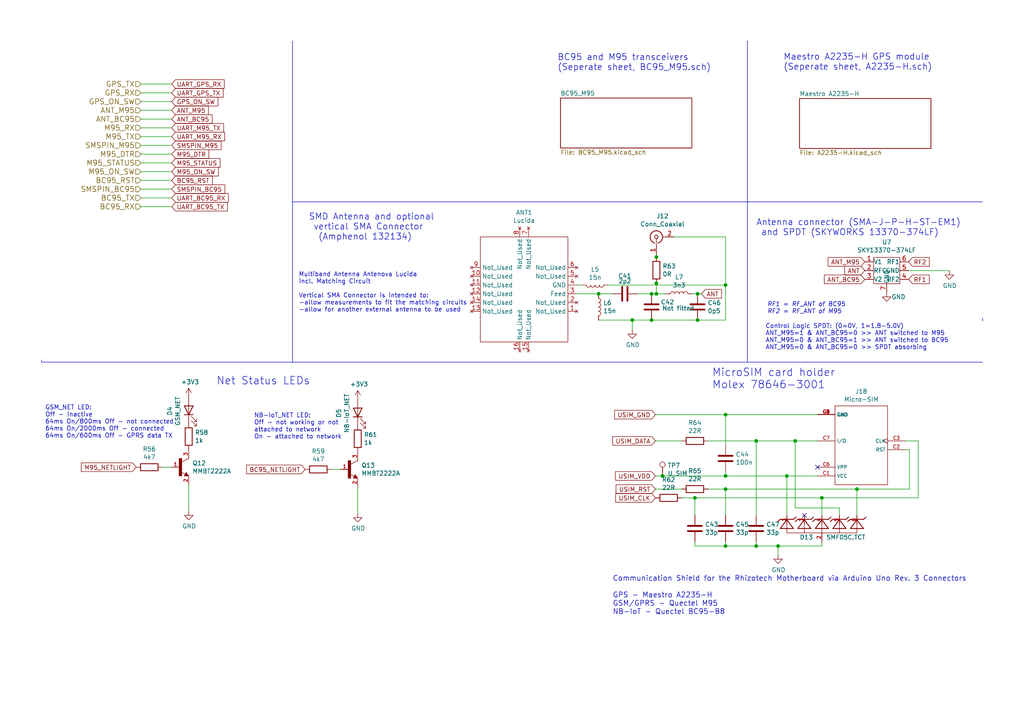
<source format=kicad_sch>
(kicad_sch (version 20200618) (host eeschema "(5.99.0-2142-ge9b99cc8b)")

  (page 1 8)

  (paper "A4")

  (lib_symbols
    (symbol "AddedComponents:+3V3" (power) (pin_names (offset 0))
      (property "Reference" "#PWR" (id 0) (at 0 -3.81 0)
        (effects (font (size 1.27 1.27)) hide)
      )
      (property "Value" "+3V3" (id 1) (at 0 3.556 0)
        (effects (font (size 1.27 1.27)))
      )
      (property "Footprint" "" (id 2) (at 0 0 0)
        (effects (font (size 1.27 1.27)) hide)
      )
      (property "Datasheet" "" (id 3) (at 0 0 0)
        (effects (font (size 1.27 1.27)) hide)
      )
      (symbol "+3V3_0_1"
        (polyline
          (pts (xy -0.762 1.27) (xy 0 2.54))
          (stroke (width 0)) (fill (type none))
        )
        (polyline
          (pts (xy 0 0) (xy 0 2.54))
          (stroke (width 0)) (fill (type none))
        )
        (polyline
          (pts (xy 0 2.54) (xy 0.762 1.27))
          (stroke (width 0)) (fill (type none))
        )
      )
      (symbol "+3V3_1_1"
        (pin power_in line (at 0 0 90) (length 0) hide
          (name "+3V3" (effects (font (size 1.27 1.27))))
          (number "1" (effects (font (size 1.27 1.27))))
        )
      )
    )
    (symbol "Connector:Conn_Coaxial" (pin_names hide)
      (property "Reference" "J" (id 0) (at 0.254 3.048 0)
        (effects (font (size 1.27 1.27)))
      )
      (property "Value" "Conn_Coaxial" (id 1) (at 2.921 0 90)
        (effects (font (size 1.27 1.27)))
      )
      (property "Footprint" "" (id 2) (at 0 0 0)
        (effects (font (size 1.27 1.27)) hide)
      )
      (property "Datasheet" " ~" (id 3) (at 0 0 0)
        (effects (font (size 1.27 1.27)) hide)
      )
      (property "ki_keywords" "BNC SMA SMB SMC coaxial connector CINCH RCA" (id 4) (at 0 0 0)
        (effects (font (size 1.27 1.27)) hide)
      )
      (property "ki_description" "coaxial connector (BNC, SMA, SMB, SMC, Cinch/RCA, ...)" (id 5) (at 0 0 0)
        (effects (font (size 1.27 1.27)) hide)
      )
      (property "ki_fp_filters" "*BNC*\n*SMA*\n*SMB*\n*SMC*\n*Cinch*" (id 6) (at 0 0 0)
        (effects (font (size 1.27 1.27)) hide)
      )
      (symbol "Conn_Coaxial_0_1"
        (arc (start -1.778 0.508) (end 1.778 0) (radius (at -0.0508 0) (length 1.8034) (angles 163.6 0))
          (stroke (width 0.254)) (fill (type none))
        )
        (arc (start 1.778 0) (end -1.778 -0.508) (radius (at -0.0254 0) (length 1.8034) (angles 0 -163.8))
          (stroke (width 0.254)) (fill (type none))
        )
        (circle (center 0 0) (radius 0.508) (stroke (width 0.2032)) (fill (type none)))
        (polyline
          (pts (xy -2.54 0) (xy -0.508 0))
          (stroke (width 0)) (fill (type none))
        )
        (polyline
          (pts (xy 0 -2.54) (xy 0 -1.778))
          (stroke (width 0)) (fill (type none))
        )
      )
      (symbol "Conn_Coaxial_1_1"
        (pin passive line (at -5.08 0 0) (length 2.54)
          (name "In" (effects (font (size 1.27 1.27))))
          (number "1" (effects (font (size 1.27 1.27))))
        )
        (pin passive line (at 0 -5.08 90) (length 2.54)
          (name "Ext" (effects (font (size 1.27 1.27))))
          (number "2" (effects (font (size 1.27 1.27))))
        )
      )
    )
    (symbol "Connector:TestPoint" (pin_numbers hide) (pin_names (offset 0.762) hide)
      (property "Reference" "TP" (id 0) (at 0 6.858 0)
        (effects (font (size 1.27 1.27)))
      )
      (property "Value" "TestPoint" (id 1) (at 0 5.08 0)
        (effects (font (size 1.27 1.27)))
      )
      (property "Footprint" "" (id 2) (at 5.08 0 0)
        (effects (font (size 1.27 1.27)) hide)
      )
      (property "Datasheet" "~" (id 3) (at 5.08 0 0)
        (effects (font (size 1.27 1.27)) hide)
      )
      (property "ki_keywords" "test point tp" (id 4) (at 0 0 0)
        (effects (font (size 1.27 1.27)) hide)
      )
      (property "ki_description" "test point" (id 5) (at 0 0 0)
        (effects (font (size 1.27 1.27)) hide)
      )
      (property "ki_fp_filters" "Pin*\nTest*" (id 6) (at 0 0 0)
        (effects (font (size 1.27 1.27)) hide)
      )
      (symbol "TestPoint_0_1"
        (circle (center 0 3.302) (radius 0.762) (stroke (width 0)) (fill (type none)))
      )
      (symbol "TestPoint_1_1"
        (pin passive line (at 0 0 90) (length 2.54)
          (name "1" (effects (font (size 1.27 1.27))))
          (number "1" (effects (font (size 1.27 1.27))))
        )
      )
    )
    (symbol "Device:C" (pin_numbers hide) (pin_names (offset 0.254))
      (property "Reference" "C" (id 0) (at 0.635 2.54 0)
        (effects (font (size 1.27 1.27)) (justify left))
      )
      (property "Value" "C" (id 1) (at 0.635 -2.54 0)
        (effects (font (size 1.27 1.27)) (justify left))
      )
      (property "Footprint" "" (id 2) (at 0.9652 -3.81 0)
        (effects (font (size 1.27 1.27)) hide)
      )
      (property "Datasheet" "~" (id 3) (at 0 0 0)
        (effects (font (size 1.27 1.27)) hide)
      )
      (property "ki_keywords" "cap capacitor" (id 4) (at 0 0 0)
        (effects (font (size 1.27 1.27)) hide)
      )
      (property "ki_description" "Unpolarized capacitor" (id 5) (at 0 0 0)
        (effects (font (size 1.27 1.27)) hide)
      )
      (property "ki_fp_filters" "C_*" (id 6) (at 0 0 0)
        (effects (font (size 1.27 1.27)) hide)
      )
      (symbol "C_0_1"
        (polyline
          (pts (xy -2.032 -0.762) (xy 2.032 -0.762))
          (stroke (width 0.508)) (fill (type none))
        )
        (polyline
          (pts (xy -2.032 0.762) (xy 2.032 0.762))
          (stroke (width 0.508)) (fill (type none))
        )
      )
      (symbol "C_1_1"
        (pin passive line (at 0 3.81 270) (length 2.794)
          (name "~" (effects (font (size 1.27 1.27))))
          (number "1" (effects (font (size 1.27 1.27))))
        )
        (pin passive line (at 0 -3.81 90) (length 2.794)
          (name "~" (effects (font (size 1.27 1.27))))
          (number "2" (effects (font (size 1.27 1.27))))
        )
      )
    )
    (symbol "Device:L" (pin_numbers hide) (pin_names hide)
      (property "Reference" "L" (id 0) (at -1.27 0 90)
        (effects (font (size 1.27 1.27)))
      )
      (property "Value" "L" (id 1) (at 1.905 0 90)
        (effects (font (size 1.27 1.27)))
      )
      (property "Footprint" "" (id 2) (at 0 0 0)
        (effects (font (size 1.27 1.27)) hide)
      )
      (property "Datasheet" "~" (id 3) (at 0 0 0)
        (effects (font (size 1.27 1.27)) hide)
      )
      (property "ki_keywords" "inductor choke coil reactor magnetic" (id 4) (at 0 0 0)
        (effects (font (size 1.27 1.27)) hide)
      )
      (property "ki_description" "Inductor" (id 5) (at 0 0 0)
        (effects (font (size 1.27 1.27)) hide)
      )
      (property "ki_fp_filters" "Choke_*\n*Coil*\nInductor_*\nL_*" (id 6) (at 0 0 0)
        (effects (font (size 1.27 1.27)) hide)
      )
      (symbol "L_0_1"
        (arc (start 0 -2.54) (end 0 -1.27) (radius (at 0 -1.905) (length 0.635) (angles -89.9 89.9))
          (stroke (width 0)) (fill (type none))
        )
        (arc (start 0 -1.27) (end 0 0) (radius (at 0 -0.635) (length 0.635) (angles -89.9 89.9))
          (stroke (width 0)) (fill (type none))
        )
        (arc (start 0 0) (end 0 1.27) (radius (at 0 0.635) (length 0.635) (angles -89.9 89.9))
          (stroke (width 0)) (fill (type none))
        )
        (arc (start 0 1.27) (end 0 2.54) (radius (at 0 1.905) (length 0.635) (angles -89.9 89.9))
          (stroke (width 0)) (fill (type none))
        )
      )
      (symbol "L_1_1"
        (pin passive line (at 0 3.81 270) (length 1.27)
          (name "1" (effects (font (size 1.27 1.27))))
          (number "1" (effects (font (size 1.27 1.27))))
        )
        (pin passive line (at 0 -3.81 90) (length 1.27)
          (name "2" (effects (font (size 1.27 1.27))))
          (number "2" (effects (font (size 1.27 1.27))))
        )
      )
    )
    (symbol "Device:LED" (pin_numbers hide) (pin_names hide)
      (property "Reference" "D" (id 0) (at 0 2.54 0)
        (effects (font (size 1.27 1.27)))
      )
      (property "Value" "LED" (id 1) (at 0 -2.54 0)
        (effects (font (size 1.27 1.27)))
      )
      (property "Footprint" "" (id 2) (at 0 0 0)
        (effects (font (size 1.27 1.27)) hide)
      )
      (property "Datasheet" "~" (id 3) (at 0 0 0)
        (effects (font (size 1.27 1.27)) hide)
      )
      (property "ki_keywords" "LED diode" (id 4) (at 0 0 0)
        (effects (font (size 1.27 1.27)) hide)
      )
      (property "ki_description" "Light emitting diode" (id 5) (at 0 0 0)
        (effects (font (size 1.27 1.27)) hide)
      )
      (property "ki_fp_filters" "LED*\nLED_SMD:*\nLED_THT:*" (id 6) (at 0 0 0)
        (effects (font (size 1.27 1.27)) hide)
      )
      (symbol "LED_0_1"
        (polyline
          (pts (xy -1.27 -1.27) (xy -1.27 1.27))
          (stroke (width 0.254)) (fill (type none))
        )
        (polyline
          (pts (xy -1.27 0) (xy 1.27 0))
          (stroke (width 0)) (fill (type none))
        )
        (polyline
          (pts (xy 1.27 -1.27) (xy 1.27 1.27) (xy -1.27 0) (xy 1.27 -1.27))
          (stroke (width 0.254)) (fill (type none))
        )
        (polyline
          (pts (xy -3.048 -0.762) (xy -4.572 -2.286) (xy -3.81 -2.286) (xy -4.572 -2.286)
               (xy -4.572 -1.524)
          )
          (stroke (width 0)) (fill (type none))
        )
        (polyline
          (pts (xy -1.778 -0.762) (xy -3.302 -2.286) (xy -2.54 -2.286) (xy -3.302 -2.286)
               (xy -3.302 -1.524)
          )
          (stroke (width 0)) (fill (type none))
        )
      )
      (symbol "LED_1_1"
        (pin passive line (at -3.81 0 0) (length 2.54)
          (name "K" (effects (font (size 1.27 1.27))))
          (number "1" (effects (font (size 1.27 1.27))))
        )
        (pin passive line (at 3.81 0 180) (length 2.54)
          (name "A" (effects (font (size 1.27 1.27))))
          (number "2" (effects (font (size 1.27 1.27))))
        )
      )
    )
    (symbol "Device:R" (pin_numbers hide) (pin_names (offset 0))
      (property "Reference" "R" (id 0) (at 2.032 0 90)
        (effects (font (size 1.27 1.27)))
      )
      (property "Value" "R" (id 1) (at 0 0 90)
        (effects (font (size 1.27 1.27)))
      )
      (property "Footprint" "" (id 2) (at -1.778 0 90)
        (effects (font (size 1.27 1.27)) hide)
      )
      (property "Datasheet" "~" (id 3) (at 0 0 0)
        (effects (font (size 1.27 1.27)) hide)
      )
      (property "ki_keywords" "R res resistor" (id 4) (at 0 0 0)
        (effects (font (size 1.27 1.27)) hide)
      )
      (property "ki_description" "Resistor" (id 5) (at 0 0 0)
        (effects (font (size 1.27 1.27)) hide)
      )
      (property "ki_fp_filters" "R_*" (id 6) (at 0 0 0)
        (effects (font (size 1.27 1.27)) hide)
      )
      (symbol "R_0_1"
        (rectangle (start -1.016 -2.54) (end 1.016 2.54)
          (stroke (width 0.254)) (fill (type none))
        )
      )
      (symbol "R_1_1"
        (pin passive line (at 0 3.81 270) (length 1.27)
          (name "~" (effects (font (size 1.27 1.27))))
          (number "1" (effects (font (size 1.27 1.27))))
        )
        (pin passive line (at 0 -3.81 90) (length 1.27)
          (name "~" (effects (font (size 1.27 1.27))))
          (number "2" (effects (font (size 1.27 1.27))))
        )
      )
    )
    (symbol "power:GND" (power) (pin_names (offset 0))
      (property "Reference" "#PWR" (id 0) (at 0 -6.35 0)
        (effects (font (size 1.27 1.27)) hide)
      )
      (property "Value" "GND" (id 1) (at 0 -3.81 0)
        (effects (font (size 1.27 1.27)))
      )
      (property "Footprint" "" (id 2) (at 0 0 0)
        (effects (font (size 1.27 1.27)) hide)
      )
      (property "Datasheet" "" (id 3) (at 0 0 0)
        (effects (font (size 1.27 1.27)) hide)
      )
      (property "ki_keywords" "power-flag" (id 4) (at 0 0 0)
        (effects (font (size 1.27 1.27)) hide)
      )
      (property "ki_description" "Power symbol creates a global label with name \"GND\" , ground" (id 5) (at 0 0 0)
        (effects (font (size 1.27 1.27)) hide)
      )
      (symbol "GND_0_1"
        (polyline
          (pts (xy 0 0) (xy 0 -1.27) (xy 1.27 -1.27) (xy 0 -2.54)
               (xy -1.27 -1.27) (xy 0 -1.27)
          )
          (stroke (width 0)) (fill (type none))
        )
      )
      (symbol "GND_1_1"
        (pin power_in line (at 0 0 270) (length 0) hide
          (name "GND" (effects (font (size 1.27 1.27))))
          (number "1" (effects (font (size 1.27 1.27))))
        )
      )
    )
    (symbol "symbols:78646-3001"
      (property "Reference" "J" (id 0) (at -7.1374 10.6934 0)
        (effects (font (size 1.27 1.27)) (justify left bottom))
      )
      (property "Value" "78646-3001" (id 1) (at -7.4168 -14.8082 0)
        (effects (font (size 1.27 1.27)) (justify left bottom))
      )
      (property "Footprint" "CONN_78646-3001" (id 2) (at 0 0 0)
        (effects (font (size 1.27 1.27)) (justify left bottom) hide)
      )
      (property "Datasheet" "786463001" (id 3) (at 0 0 0)
        (effects (font (size 1.27 1.27)) (justify left bottom) hide)
      )
      (property "Field4" "None" (id 4) (at 0 0 0)
        (effects (font (size 1.27 1.27)) (justify left bottom) hide)
      )
      (property "Field5" "Unavailable" (id 5) (at 0 0 0)
        (effects (font (size 1.27 1.27)) (justify left bottom) hide)
      )
      (property "Field6" "None" (id 6) (at 0 0 0)
        (effects (font (size 1.27 1.27)) (justify left bottom) hide)
      )
      (property "Field7" "Molex" (id 7) (at 0 0 0)
        (effects (font (size 1.27 1.27)) (justify left bottom) hide)
      )
      (property "Field8" "Conn Micro SIM Card SKT 6 POS 2.54mm Solder RA SMD Embossed T/R 0.5A/Contact" (id 8) (at 0 0 0)
        (effects (font (size 1.27 1.27)) (justify left bottom) hide)
      )
      (property "ki_locked" "" (id 9) (at 0 0 0)
        (effects (font (size 1.27 1.27)))
      )
      (symbol "78646-3001_0_0"
        (polyline
          (pts (xy -7.62 -12.7) (xy -7.62 10.16))
          (stroke (width 0.1524)) (fill (type none))
        )
        (polyline
          (pts (xy -7.62 10.16) (xy 7.62 10.16))
          (stroke (width 0.1524)) (fill (type none))
        )
        (polyline
          (pts (xy 7.62 -12.7) (xy -7.62 -12.7))
          (stroke (width 0.1524)) (fill (type none))
        )
        (polyline
          (pts (xy 7.62 10.16) (xy 7.62 -12.7))
          (stroke (width 0.1524)) (fill (type none))
        )
        (pin power_in line (at 12.7 7.62 180) (length 5.08)
          (name "VCC" (effects (font (size 1.016 1.016))))
          (number "C1" (effects (font (size 1.016 1.016))))
        )
        (pin input line (at -12.7 0 0) (length 5.08)
          (name "RST" (effects (font (size 1.016 1.016))))
          (number "C2" (effects (font (size 1.016 1.016))))
        )
        (pin input clock (at -12.7 -2.54 0) (length 5.08)
          (name "CLK" (effects (font (size 1.016 1.016))))
          (number "C3" (effects (font (size 1.016 1.016))))
        )
        (pin power_in line (at 12.7 -10.16 180) (length 5.08)
          (name "GND" (effects (font (size 1.016 1.016))))
          (number "C5" (effects (font (size 1.016 1.016))))
        )
        (pin power_in line (at 12.7 5.08 180) (length 5.08)
          (name "VPP" (effects (font (size 1.016 1.016))))
          (number "C6" (effects (font (size 1.016 1.016))))
        )
        (pin bidirectional line (at 12.7 -2.54 180) (length 5.08)
          (name "I/O" (effects (font (size 1.016 1.016))))
          (number "C7" (effects (font (size 1.016 1.016))))
        )
        (pin power_in line (at 12.7 -10.16 180) (length 5.08)
          (name "GND" (effects (font (size 1.016 1.016))))
          (number "G1" (effects (font (size 1.016 1.016))))
        )
        (pin power_in line (at 12.7 -10.16 180) (length 5.08)
          (name "GND" (effects (font (size 1.016 1.016))))
          (number "G2" (effects (font (size 1.016 1.016))))
        )
        (pin power_in line (at 12.7 -10.16 180) (length 5.08)
          (name "GND" (effects (font (size 1.016 1.016))))
          (number "G3" (effects (font (size 1.016 1.016))))
        )
        (pin power_in line (at 12.7 -10.16 180) (length 5.08)
          (name "GND" (effects (font (size 1.016 1.016))))
          (number "G4" (effects (font (size 1.016 1.016))))
        )
        (pin power_in line (at 12.7 -10.16 180) (length 5.08)
          (name "GND" (effects (font (size 1.016 1.016))))
          (number "G5" (effects (font (size 1.016 1.016))))
        )
        (pin power_in line (at 12.7 -10.16 180) (length 5.08)
          (name "GND" (effects (font (size 1.016 1.016))))
          (number "G6" (effects (font (size 1.016 1.016))))
        )
      )
    )
    (symbol "symbols:Lucida"
      (property "Reference" "ANT" (id 0) (at 0 -1.27 0)
        (effects (font (size 1.27 1.27)))
      )
      (property "Value" "Lucida" (id 1) (at 0 1.27 0)
        (effects (font (size 1.27 1.27)))
      )
      (property "Footprint" "" (id 2) (at -1.27 -3.81 0)
        (effects (font (size 1.27 1.27)) hide)
      )
      (property "Datasheet" "" (id 3) (at -1.27 -3.81 0)
        (effects (font (size 1.27 1.27)) hide)
      )
      (symbol "Lucida_0_1"
        (rectangle (start -15.24 12.7) (end 15.24 -12.7)
          (stroke (width 0)) (fill (type none))
        )
      )
      (symbol "Lucida_1_1"
        (pin unconnected line (at -6.35 -15.24 90) (length 2.54)
          (name "Not_Used" (effects (font (size 1.27 1.27))))
          (number "1" (effects (font (size 1.27 1.27))))
        )
        (pin unconnected line (at 3.81 15.24 270) (length 2.54)
          (name "Not_Used" (effects (font (size 1.27 1.27))))
          (number "10" (effects (font (size 1.27 1.27))))
        )
        (pin unconnected line (at 1.27 15.24 270) (length 2.54)
          (name "Not_Used" (effects (font (size 1.27 1.27))))
          (number "11" (effects (font (size 1.27 1.27))))
        )
        (pin unconnected line (at -1.27 15.24 270) (length 2.54)
          (name "Not_Used" (effects (font (size 1.27 1.27))))
          (number "12" (effects (font (size 1.27 1.27))))
        )
        (pin unconnected line (at -6.35 15.24 270) (length 2.54)
          (name "Not_Used" (effects (font (size 1.27 1.27))))
          (number "13" (effects (font (size 1.27 1.27))))
        )
        (pin unconnected line (at -3.81 15.24 270) (length 2.54)
          (name "Not_Used" (effects (font (size 1.27 1.27))))
          (number "14" (effects (font (size 1.27 1.27))))
        )
        (pin unconnected line (at -17.78 -1.27 0) (length 2.54)
          (name "Not_Used" (effects (font (size 1.27 1.27))))
          (number "15" (effects (font (size 1.27 1.27))))
        )
        (pin unconnected line (at -17.78 1.27 0) (length 2.54)
          (name "Not_Used" (effects (font (size 1.27 1.27))))
          (number "16" (effects (font (size 1.27 1.27))))
        )
        (pin unconnected line (at -3.81 -15.24 90) (length 2.54)
          (name "Not_Used" (effects (font (size 1.27 1.27))))
          (number "2" (effects (font (size 1.27 1.27))))
        )
        (pin input line (at -1.27 -15.24 90) (length 2.54)
          (name "Feed" (effects (font (size 1.27 1.27))))
          (number "3" (effects (font (size 1.27 1.27))))
        )
        (pin input line (at 1.27 -15.24 90) (length 2.54)
          (name "GND" (effects (font (size 1.27 1.27))))
          (number "4" (effects (font (size 1.27 1.27))))
        )
        (pin unconnected line (at 3.81 -15.24 90) (length 2.54)
          (name "Not_Used" (effects (font (size 1.27 1.27))))
          (number "5" (effects (font (size 1.27 1.27))))
        )
        (pin unconnected line (at 6.35 -15.24 90) (length 2.54)
          (name "Not_Used" (effects (font (size 1.27 1.27))))
          (number "6" (effects (font (size 1.27 1.27))))
        )
        (pin unconnected line (at 17.78 -1.27 180) (length 2.54)
          (name "Not_Used" (effects (font (size 1.27 1.27))))
          (number "7" (effects (font (size 1.27 1.27))))
        )
        (pin unconnected line (at 17.78 1.27 180) (length 2.54)
          (name "Not_Used" (effects (font (size 1.27 1.27))))
          (number "8" (effects (font (size 1.27 1.27))))
        )
        (pin unconnected line (at 6.35 15.24 270) (length 2.54)
          (name "Not_Used" (effects (font (size 1.27 1.27))))
          (number "9" (effects (font (size 1.27 1.27))))
        )
      )
    )
    (symbol "symbols:MMBT2222A" (pin_names hide)
      (property "Reference" "Q" (id 0) (at -10.1854 7.6454 0)
        (effects (font (size 1.27 1.27)) (justify left bottom))
      )
      (property "Value" "MMBT2222A" (id 1) (at -10.1854 5.1054 0)
        (effects (font (size 1.27 1.27)) (justify left bottom))
      )
      (property "Footprint" "SOT23" (id 2) (at 0 0 0)
        (effects (font (size 1.27 1.27)) (justify left bottom) hide)
      )
      (property "Datasheet" "Unavailable" (id 3) (at 0 0 0)
        (effects (font (size 1.27 1.27)) (justify left bottom) hide)
      )
      (property "Field5" "STMicroelectronics" (id 4) (at 0 0 0)
        (effects (font (size 1.27 1.27)) (justify left bottom) hide)
      )
      (property "Field6" "None" (id 5) (at 0 0 0)
        (effects (font (size 1.27 1.27)) (justify left bottom) hide)
      )
      (property "Field7" "MMBT2222A" (id 6) (at 0 0 0)
        (effects (font (size 1.27 1.27)) (justify left bottom) hide)
      )
      (property "Field8" "TO-236-3 Taitron" (id 7) (at 0 0 0)
        (effects (font (size 1.27 1.27)) (justify left bottom) hide)
      )
      (symbol "MMBT2222A_0_0"
        (rectangle (start -0.254 -2.54) (end 0.508 2.54)
          (stroke (width 0)) (fill (type outline))
        )
        (polyline
          (pts (xy 1.27 -2.54) (xy 1.778 -1.524))
          (stroke (width 0.1524)) (fill (type none))
        )
        (polyline
          (pts (xy 1.524 -2.413) (xy 2.286 -2.413))
          (stroke (width 0.254)) (fill (type none))
        )
        (polyline
          (pts (xy 1.524 -2.286) (xy 1.905 -2.286))
          (stroke (width 0.254)) (fill (type none))
        )
        (polyline
          (pts (xy 1.5494 -2.032) (xy 0.3048 -1.4224))
          (stroke (width 0.1524)) (fill (type none))
        )
        (polyline
          (pts (xy 1.778 -1.778) (xy 1.524 -2.286))
          (stroke (width 0.254)) (fill (type none))
        )
        (polyline
          (pts (xy 1.778 -1.524) (xy 2.54 -2.54))
          (stroke (width 0.1524)) (fill (type none))
        )
        (polyline
          (pts (xy 1.905 -2.286) (xy 1.778 -2.032))
          (stroke (width 0.254)) (fill (type none))
        )
        (polyline
          (pts (xy 2.286 -2.413) (xy 1.778 -1.778))
          (stroke (width 0.254)) (fill (type none))
        )
        (polyline
          (pts (xy 2.54 -2.54) (xy 1.27 -2.54))
          (stroke (width 0.1524)) (fill (type none))
        )
        (polyline
          (pts (xy 2.54 2.54) (xy 0.508 1.524))
          (stroke (width 0.1524)) (fill (type none))
        )
        (pin passive line (at -2.54 0 0) (length 2.54)
          (name "B" (effects (font (size 1.016 1.016))))
          (number "1" (effects (font (size 1.016 1.016))))
        )
        (pin passive line (at 2.54 -5.08 90) (length 2.54)
          (name "E" (effects (font (size 1.016 1.016))))
          (number "2" (effects (font (size 1.016 1.016))))
        )
        (pin passive line (at 2.54 5.08 270) (length 2.54)
          (name "C" (effects (font (size 1.016 1.016))))
          (number "3" (effects (font (size 1.016 1.016))))
        )
      )
    )
    (symbol "symbols:SKY13370_374LF" (pin_names (offset 0.0254))
      (property "Reference" "U" (id 0) (at 0 7.62 0)
        (effects (font (size 1.27 1.27)))
      )
      (property "Value" "SKY13370_374LF" (id 1) (at 0 5.08 0)
        (effects (font (size 1.27 1.27)))
      )
      (property "Footprint" "" (id 2) (at 0 0 0)
        (effects (font (size 1.27 1.27)) hide)
      )
      (property "Datasheet" "" (id 3) (at 0 0 0)
        (effects (font (size 1.27 1.27)) hide)
      )
      (symbol "SKY13370_374LF_0_1"
        (rectangle (start -3.81 3.81) (end -3.81 -3.81)
          (stroke (width 0)) (fill (type none))
        )
        (rectangle (start -3.81 3.81) (end 3.81 3.81)
          (stroke (width 0)) (fill (type none))
        )
        (rectangle (start 3.81 -3.81) (end -3.81 -3.81)
          (stroke (width 0)) (fill (type none))
        )
        (rectangle (start 3.81 -3.81) (end 3.81 3.81)
          (stroke (width 0)) (fill (type none))
        )
      )
      (symbol "SKY13370_374LF_1_1"
        (pin input line (at -6.35 2.54 0) (length 2.54)
          (name "V1" (effects (font (size 1.27 1.27))))
          (number "1" (effects (font (size 1.27 1.27))))
        )
        (pin input line (at -6.35 0 0) (length 2.54)
          (name "RFC" (effects (font (size 1.27 1.27))))
          (number "2" (effects (font (size 1.27 1.27))))
        )
        (pin input line (at -6.35 -2.54 0) (length 2.54)
          (name "V2" (effects (font (size 1.27 1.27))))
          (number "3" (effects (font (size 1.27 1.27))))
        )
        (pin input line (at 6.35 -2.54 180) (length 2.54)
          (name "RF2" (effects (font (size 1.27 1.27))))
          (number "4" (effects (font (size 1.27 1.27))))
        )
        (pin input line (at 6.35 0 180) (length 2.54)
          (name "GND" (effects (font (size 1.27 1.27))))
          (number "5" (effects (font (size 1.27 1.27))))
        )
        (pin input line (at 6.35 2.54 180) (length 2.54)
          (name "RF1" (effects (font (size 1.27 1.27))))
          (number "6" (effects (font (size 1.27 1.27))))
        )
        (pin input line (at 0 -6.35 90) (length 2.54)
          (name "GND" (effects (font (size 1.27 1.27))))
          (number "7" (effects (font (size 1.27 1.27))))
        )
      )
    )
    (symbol "symbols:SMF05C.TCT" (pin_names (offset 0) hide)
      (property "Reference" "D" (id 0) (at -23.0632 0.1016 0)
        (effects (font (size 1.27 1.27)) (justify left bottom))
      )
      (property "Value" "SMF05C.TCT" (id 1) (at -23.0632 -1.9558 0)
        (effects (font (size 1.27 1.27)) (justify left bottom))
      )
      (property "Footprint" "SC70-6" (id 2) (at 0 0 0)
        (effects (font (size 1.27 1.27)) (justify left bottom) hide)
      )
      (property "Datasheet" "SMF05C.TCT" (id 3) (at 0 0 0)
        (effects (font (size 1.27 1.27)) (justify left bottom) hide)
      )
      (property "Field4" "SOT-363 Diodes Inc." (id 4) (at 0 0 0)
        (effects (font (size 1.27 1.27)) (justify left bottom) hide)
      )
      (property "Field5" "Unavailable" (id 5) (at 0 0 0)
        (effects (font (size 1.27 1.27)) (justify left bottom) hide)
      )
      (property "Field6" "None" (id 6) (at 0 0 0)
        (effects (font (size 1.27 1.27)) (justify left bottom) hide)
      )
      (property "Field7" "Semtech" (id 7) (at 0 0 0)
        (effects (font (size 1.27 1.27)) (justify left bottom) hide)
      )
      (symbol "SMF05C.TCT_0_0"
        (polyline
          (pts (xy -9.525 -1.27) (xy -5.715 -1.27))
          (stroke (width 0.254)) (fill (type none))
        )
        (polyline
          (pts (xy -9.525 1.397) (xy -10.287 0.762))
          (stroke (width 0.254)) (fill (type none))
        )
        (polyline
          (pts (xy -9.525 1.397) (xy -5.715 1.397))
          (stroke (width 0.254)) (fill (type none))
        )
        (polyline
          (pts (xy -7.62 -2.54) (xy -2.54 -2.54))
          (stroke (width 0.1524)) (fill (type none))
        )
        (polyline
          (pts (xy -7.62 0) (xy -7.62 -2.54))
          (stroke (width 0.1524)) (fill (type none))
        )
        (polyline
          (pts (xy -7.62 1.27) (xy -9.525 -1.27))
          (stroke (width 0.254)) (fill (type none))
        )
        (polyline
          (pts (xy -5.715 -1.27) (xy -7.62 1.27))
          (stroke (width 0.254)) (fill (type none))
        )
        (polyline
          (pts (xy -5.715 1.397) (xy -4.953 2.032))
          (stroke (width 0.254)) (fill (type none))
        )
        (polyline
          (pts (xy -4.445 -1.27) (xy -0.635 -1.27))
          (stroke (width 0.254)) (fill (type none))
        )
        (polyline
          (pts (xy -4.445 1.397) (xy -5.207 0.762))
          (stroke (width 0.254)) (fill (type none))
        )
        (polyline
          (pts (xy -4.445 1.397) (xy -0.635 1.397))
          (stroke (width 0.254)) (fill (type none))
        )
        (polyline
          (pts (xy -2.54 -2.54) (xy 2.54 -2.54))
          (stroke (width 0.1524)) (fill (type none))
        )
        (polyline
          (pts (xy -2.54 0) (xy -2.54 -2.54))
          (stroke (width 0.1524)) (fill (type none))
        )
        (polyline
          (pts (xy -2.54 1.27) (xy -4.445 -1.27))
          (stroke (width 0.254)) (fill (type none))
        )
        (polyline
          (pts (xy -0.635 -1.27) (xy -2.54 1.27))
          (stroke (width 0.254)) (fill (type none))
        )
        (polyline
          (pts (xy -0.635 1.397) (xy 0.127 2.032))
          (stroke (width 0.254)) (fill (type none))
        )
        (polyline
          (pts (xy 0.635 -1.27) (xy 4.445 -1.27))
          (stroke (width 0.254)) (fill (type none))
        )
        (polyline
          (pts (xy 0.635 1.397) (xy -0.127 0.762))
          (stroke (width 0.254)) (fill (type none))
        )
        (polyline
          (pts (xy 0.635 1.397) (xy 4.445 1.397))
          (stroke (width 0.254)) (fill (type none))
        )
        (polyline
          (pts (xy 2.54 -2.54) (xy 7.62 -2.54))
          (stroke (width 0.1524)) (fill (type none))
        )
        (polyline
          (pts (xy 2.54 0) (xy 2.54 -2.54))
          (stroke (width 0.1524)) (fill (type none))
        )
        (polyline
          (pts (xy 2.54 1.27) (xy 0.635 -1.27))
          (stroke (width 0.254)) (fill (type none))
        )
        (polyline
          (pts (xy 4.445 -1.27) (xy 2.54 1.27))
          (stroke (width 0.254)) (fill (type none))
        )
        (polyline
          (pts (xy 4.445 1.397) (xy 5.207 2.032))
          (stroke (width 0.254)) (fill (type none))
        )
        (polyline
          (pts (xy 5.715 -1.27) (xy 9.525 -1.27))
          (stroke (width 0.254)) (fill (type none))
        )
        (polyline
          (pts (xy 5.715 1.397) (xy 4.953 0.762))
          (stroke (width 0.254)) (fill (type none))
        )
        (polyline
          (pts (xy 5.715 1.397) (xy 9.525 1.397))
          (stroke (width 0.254)) (fill (type none))
        )
        (polyline
          (pts (xy 7.62 -2.54) (xy 12.7 -2.54))
          (stroke (width 0.1524)) (fill (type none))
        )
        (polyline
          (pts (xy 7.62 0) (xy 7.62 -2.54))
          (stroke (width 0.1524)) (fill (type none))
        )
        (polyline
          (pts (xy 7.62 1.27) (xy 5.715 -1.27))
          (stroke (width 0.254)) (fill (type none))
        )
        (polyline
          (pts (xy 9.525 -1.27) (xy 7.62 1.27))
          (stroke (width 0.254)) (fill (type none))
        )
        (polyline
          (pts (xy 9.525 1.397) (xy 10.287 2.032))
          (stroke (width 0.254)) (fill (type none))
        )
        (polyline
          (pts (xy 10.795 -1.27) (xy 14.605 -1.27))
          (stroke (width 0.254)) (fill (type none))
        )
        (polyline
          (pts (xy 10.795 1.397) (xy 10.033 0.762))
          (stroke (width 0.254)) (fill (type none))
        )
        (polyline
          (pts (xy 10.795 1.397) (xy 14.605 1.397))
          (stroke (width 0.254)) (fill (type none))
        )
        (polyline
          (pts (xy 12.7 0) (xy 12.7 -2.54))
          (stroke (width 0.1524)) (fill (type none))
        )
        (polyline
          (pts (xy 12.7 1.27) (xy 10.795 -1.27))
          (stroke (width 0.254)) (fill (type none))
        )
        (polyline
          (pts (xy 14.605 -1.27) (xy 12.7 1.27))
          (stroke (width 0.254)) (fill (type none))
        )
        (polyline
          (pts (xy 14.605 1.397) (xy 15.367 2.032))
          (stroke (width 0.254)) (fill (type none))
        )
        (pin passive line (at -7.62 2.54 270) (length 2.54)
          (name "C1" (effects (font (size 1.016 1.016))))
          (number "1" (effects (font (size 1.016 1.016))))
        )
        (pin passive line (at 2.54 -5.08 90) (length 2.54)
          (name "A" (effects (font (size 1.016 1.016))))
          (number "2" (effects (font (size 1.016 1.016))))
        )
        (pin passive line (at -2.54 2.54 270) (length 2.54)
          (name "C2" (effects (font (size 1.016 1.016))))
          (number "3" (effects (font (size 1.016 1.016))))
        )
        (pin passive line (at 2.54 2.54 270) (length 2.54)
          (name "C3" (effects (font (size 1.016 1.016))))
          (number "4" (effects (font (size 1.016 1.016))))
        )
        (pin passive line (at 7.62 2.54 270) (length 2.54)
          (name "C4" (effects (font (size 1.016 1.016))))
          (number "5" (effects (font (size 1.016 1.016))))
        )
        (pin passive line (at 12.7 2.54 270) (length 2.54)
          (name "C5" (effects (font (size 1.016 1.016))))
          (number "6" (effects (font (size 1.016 1.016))))
        )
      )
    )
  )

  (junction (at 173.609 85.217) (diameter 0) (color 0 0 0 0))
  (junction (at 183.388 92.837) (diameter 0) (color 0 0 0 0))
  (junction (at 188.976 85.217) (diameter 0) (color 0 0 0 0))
  (junction (at 188.976 92.837) (diameter 0) (color 0 0 0 0))
  (junction (at 190.373 74.549) (diameter 0) (color 0 0 0 0))
  (junction (at 190.373 82.169) (diameter 0) (color 0 0 0 0))
  (junction (at 190.373 85.217) (diameter 0) (color 0 0 0 0))
  (junction (at 192.151 138.049) (diameter 0) (color 0 0 0 0))
  (junction (at 201.549 144.399) (diameter 0) (color 0 0 0 0))
  (junction (at 202.311 85.217) (diameter 0) (color 0 0 0 0))
  (junction (at 202.311 92.837) (diameter 0) (color 0 0 0 0))
  (junction (at 210.439 82.677) (diameter 0) (color 0 0 0 0))
  (junction (at 210.439 120.269) (diameter 0) (color 0 0 0 0))
  (junction (at 210.439 138.049) (diameter 0) (color 0 0 0 0))
  (junction (at 210.439 141.859) (diameter 0) (color 0 0 0 0))
  (junction (at 210.439 158.369) (diameter 0) (color 0 0 0 0))
  (junction (at 219.329 127.889) (diameter 0) (color 0 0 0 0))
  (junction (at 219.329 158.369) (diameter 0) (color 0 0 0 0))
  (junction (at 225.679 158.369) (diameter 0) (color 0 0 0 0))
  (junction (at 228.219 138.049) (diameter 0) (color 0 0 0 0))
  (junction (at 230.632 127.889) (diameter 0) (color 0 0 0 0))
  (junction (at 238.379 144.399) (diameter 0) (color 0 0 0 0))
  (junction (at 248.539 141.859) (diameter 0) (color 0 0 0 0))

  (no_connect (at 233.299 149.479))
  (no_connect (at 237.109 135.509))

  (wire (pts (xy 40.894 24.384) (xy 49.784 24.384))
    (stroke (width 0) (type solid) (color 0 0 0 0))
  )
  (wire (pts (xy 40.894 26.924) (xy 49.784 26.924))
    (stroke (width 0) (type solid) (color 0 0 0 0))
  )
  (wire (pts (xy 40.894 29.464) (xy 49.784 29.464))
    (stroke (width 0) (type solid) (color 0 0 0 0))
  )
  (wire (pts (xy 40.894 32.004) (xy 49.784 32.004))
    (stroke (width 0) (type solid) (color 0 0 0 0))
  )
  (wire (pts (xy 40.894 34.544) (xy 49.784 34.544))
    (stroke (width 0) (type solid) (color 0 0 0 0))
  )
  (wire (pts (xy 40.894 52.324) (xy 49.784 52.324))
    (stroke (width 0) (type solid) (color 0 0 0 0))
  )
  (wire (pts (xy 40.894 54.864) (xy 49.784 54.864))
    (stroke (width 0) (type solid) (color 0 0 0 0))
  )
  (wire (pts (xy 40.894 57.404) (xy 49.784 57.404))
    (stroke (width 0) (type solid) (color 0 0 0 0))
  )
  (wire (pts (xy 40.894 59.944) (xy 49.784 59.944))
    (stroke (width 0) (type solid) (color 0 0 0 0))
  )
  (wire (pts (xy 49.657 135.509) (xy 47.117 135.509))
    (stroke (width 0) (type solid) (color 0 0 0 0))
  )
  (wire (pts (xy 49.784 37.084) (xy 40.894 37.084))
    (stroke (width 0) (type solid) (color 0 0 0 0))
  )
  (wire (pts (xy 49.784 39.624) (xy 40.894 39.624))
    (stroke (width 0) (type solid) (color 0 0 0 0))
  )
  (wire (pts (xy 49.784 42.164) (xy 40.894 42.164))
    (stroke (width 0) (type solid) (color 0 0 0 0))
  )
  (wire (pts (xy 49.784 44.704) (xy 40.894 44.704))
    (stroke (width 0) (type solid) (color 0 0 0 0))
  )
  (wire (pts (xy 49.784 47.244) (xy 40.894 47.244))
    (stroke (width 0) (type solid) (color 0 0 0 0))
  )
  (wire (pts (xy 49.784 49.784) (xy 40.894 49.784))
    (stroke (width 0) (type solid) (color 0 0 0 0))
  )
  (wire (pts (xy 54.737 140.589) (xy 54.737 148.209))
    (stroke (width 0) (type solid) (color 0 0 0 0))
  )
  (wire (pts (xy 98.679 136.144) (xy 96.139 136.144))
    (stroke (width 0) (type solid) (color 0 0 0 0))
  )
  (wire (pts (xy 103.759 141.224) (xy 103.759 148.844))
    (stroke (width 0) (type solid) (color 0 0 0 0))
  )
  (wire (pts (xy 167.259 82.677) (xy 168.783 82.677))
    (stroke (width 0) (type solid) (color 0 0 0 0))
  )
  (wire (pts (xy 173.609 85.217) (xy 167.259 85.217))
    (stroke (width 0) (type solid) (color 0 0 0 0))
  )
  (wire (pts (xy 173.609 92.837) (xy 183.388 92.837))
    (stroke (width 0) (type solid) (color 0 0 0 0))
  )
  (wire (pts (xy 176.403 82.677) (xy 210.439 82.677))
    (stroke (width 0) (type solid) (color 0 0 0 0))
  )
  (wire (pts (xy 177.419 85.217) (xy 173.609 85.217))
    (stroke (width 0) (type solid) (color 0 0 0 0))
  )
  (wire (pts (xy 183.388 92.837) (xy 188.976 92.837))
    (stroke (width 0) (type solid) (color 0 0 0 0))
  )
  (wire (pts (xy 183.388 95.631) (xy 183.388 92.837))
    (stroke (width 0) (type solid) (color 0 0 0 0))
  )
  (wire (pts (xy 188.976 85.217) (xy 185.039 85.217))
    (stroke (width 0) (type solid) (color 0 0 0 0))
  )
  (wire (pts (xy 188.976 92.837) (xy 202.311 92.837))
    (stroke (width 0) (type solid) (color 0 0 0 0))
  )
  (wire (pts (xy 190.119 120.269) (xy 210.439 120.269))
    (stroke (width 0) (type solid) (color 0 0 0 0))
  )
  (wire (pts (xy 190.373 73.787) (xy 190.373 74.549))
    (stroke (width 0) (type solid) (color 0 0 0 0))
  )
  (wire (pts (xy 190.373 74.549) (xy 190.373 74.676))
    (stroke (width 0) (type solid) (color 0 0 0 0))
  )
  (wire (pts (xy 190.373 82.042) (xy 190.373 82.169))
    (stroke (width 0) (type solid) (color 0 0 0 0))
  )
  (wire (pts (xy 190.373 82.169) (xy 190.373 85.217))
    (stroke (width 0) (type solid) (color 0 0 0 0))
  )
  (wire (pts (xy 190.373 85.217) (xy 188.976 85.217))
    (stroke (width 0) (type solid) (color 0 0 0 0))
  )
  (wire (pts (xy 192.151 138.049) (xy 190.119 138.049))
    (stroke (width 0) (type solid) (color 0 0 0 0))
  )
  (wire (pts (xy 193.167 85.217) (xy 190.373 85.217))
    (stroke (width 0) (type solid) (color 0 0 0 0))
  )
  (wire (pts (xy 195.453 68.707) (xy 210.439 68.707))
    (stroke (width 0) (type solid) (color 0 0 0 0))
  )
  (wire (pts (xy 197.739 127.889) (xy 190.119 127.889))
    (stroke (width 0) (type solid) (color 0 0 0 0))
  )
  (wire (pts (xy 197.739 141.859) (xy 190.119 141.859))
    (stroke (width 0) (type solid) (color 0 0 0 0))
  )
  (wire (pts (xy 197.739 144.399) (xy 201.549 144.399))
    (stroke (width 0) (type solid) (color 0 0 0 0))
  )
  (wire (pts (xy 201.549 144.399) (xy 238.379 144.399))
    (stroke (width 0) (type solid) (color 0 0 0 0))
  )
  (wire (pts (xy 201.549 149.479) (xy 201.549 144.399))
    (stroke (width 0) (type solid) (color 0 0 0 0))
  )
  (wire (pts (xy 201.549 157.099) (xy 201.549 158.369))
    (stroke (width 0) (type solid) (color 0 0 0 0))
  )
  (wire (pts (xy 201.549 158.369) (xy 210.439 158.369))
    (stroke (width 0) (type solid) (color 0 0 0 0))
  )
  (wire (pts (xy 202.311 85.217) (xy 200.787 85.217))
    (stroke (width 0) (type solid) (color 0 0 0 0))
  )
  (wire (pts (xy 202.311 92.837) (xy 210.439 92.837))
    (stroke (width 0) (type solid) (color 0 0 0 0))
  )
  (wire (pts (xy 203.454 85.217) (xy 202.311 85.217))
    (stroke (width 0) (type solid) (color 0 0 0 0))
  )
  (wire (pts (xy 205.359 127.889) (xy 219.329 127.889))
    (stroke (width 0) (type solid) (color 0 0 0 0))
  )
  (wire (pts (xy 205.359 141.859) (xy 210.439 141.859))
    (stroke (width 0) (type solid) (color 0 0 0 0))
  )
  (wire (pts (xy 210.439 68.707) (xy 210.439 82.677))
    (stroke (width 0) (type solid) (color 0 0 0 0))
  )
  (wire (pts (xy 210.439 82.677) (xy 210.439 92.837))
    (stroke (width 0) (type solid) (color 0 0 0 0))
  )
  (wire (pts (xy 210.439 120.269) (xy 237.109 120.269))
    (stroke (width 0) (type solid) (color 0 0 0 0))
  )
  (wire (pts (xy 210.439 129.159) (xy 210.439 120.269))
    (stroke (width 0) (type solid) (color 0 0 0 0))
  )
  (wire (pts (xy 210.439 138.049) (xy 192.151 138.049))
    (stroke (width 0) (type solid) (color 0 0 0 0))
  )
  (wire (pts (xy 210.439 138.049) (xy 210.439 136.779))
    (stroke (width 0) (type solid) (color 0 0 0 0))
  )
  (wire (pts (xy 210.439 138.049) (xy 228.219 138.049))
    (stroke (width 0) (type solid) (color 0 0 0 0))
  )
  (wire (pts (xy 210.439 141.859) (xy 248.539 141.859))
    (stroke (width 0) (type solid) (color 0 0 0 0))
  )
  (wire (pts (xy 210.439 149.479) (xy 210.439 141.859))
    (stroke (width 0) (type solid) (color 0 0 0 0))
  )
  (wire (pts (xy 210.439 158.369) (xy 210.439 157.099))
    (stroke (width 0) (type solid) (color 0 0 0 0))
  )
  (wire (pts (xy 210.439 158.369) (xy 219.329 158.369))
    (stroke (width 0) (type solid) (color 0 0 0 0))
  )
  (wire (pts (xy 219.329 127.889) (xy 219.329 149.479))
    (stroke (width 0) (type solid) (color 0 0 0 0))
  )
  (wire (pts (xy 219.329 127.889) (xy 230.632 127.889))
    (stroke (width 0) (type solid) (color 0 0 0 0))
  )
  (wire (pts (xy 219.329 158.369) (xy 219.329 157.099))
    (stroke (width 0) (type solid) (color 0 0 0 0))
  )
  (wire (pts (xy 219.329 158.369) (xy 225.679 158.369))
    (stroke (width 0) (type solid) (color 0 0 0 0))
  )
  (wire (pts (xy 225.679 158.369) (xy 238.379 158.369))
    (stroke (width 0) (type solid) (color 0 0 0 0))
  )
  (wire (pts (xy 225.679 160.909) (xy 225.679 158.369))
    (stroke (width 0) (type solid) (color 0 0 0 0))
  )
  (wire (pts (xy 228.219 138.049) (xy 237.109 138.049))
    (stroke (width 0) (type solid) (color 0 0 0 0))
  )
  (wire (pts (xy 228.219 149.479) (xy 228.219 138.049))
    (stroke (width 0) (type solid) (color 0 0 0 0))
  )
  (wire (pts (xy 230.632 127.889) (xy 237.109 127.889))
    (stroke (width 0) (type solid) (color 0 0 0 0))
  )
  (wire (pts (xy 230.632 147.32) (xy 230.632 127.889))
    (stroke (width 0) (type solid) (color 0 0 0 0))
  )
  (wire (pts (xy 238.379 144.399) (xy 266.319 144.399))
    (stroke (width 0) (type solid) (color 0 0 0 0))
  )
  (wire (pts (xy 238.379 149.479) (xy 238.379 144.399))
    (stroke (width 0) (type solid) (color 0 0 0 0))
  )
  (wire (pts (xy 238.379 158.369) (xy 238.379 157.099))
    (stroke (width 0) (type solid) (color 0 0 0 0))
  )
  (wire (pts (xy 243.459 147.32) (xy 230.632 147.32))
    (stroke (width 0) (type solid) (color 0 0 0 0))
  )
  (wire (pts (xy 243.459 149.479) (xy 243.459 147.32))
    (stroke (width 0) (type solid) (color 0 0 0 0))
  )
  (wire (pts (xy 248.539 141.859) (xy 263.779 141.859))
    (stroke (width 0) (type solid) (color 0 0 0 0))
  )
  (wire (pts (xy 248.539 149.479) (xy 248.539 141.859))
    (stroke (width 0) (type solid) (color 0 0 0 0))
  )
  (wire (pts (xy 262.509 127.889) (xy 266.319 127.889))
    (stroke (width 0) (type solid) (color 0 0 0 0))
  )
  (wire (pts (xy 262.509 130.429) (xy 263.779 130.429))
    (stroke (width 0) (type solid) (color 0 0 0 0))
  )
  (wire (pts (xy 263.525 78.486) (xy 275.336 78.486))
    (stroke (width 0) (type solid) (color 0 0 0 0))
  )
  (wire (pts (xy 263.779 130.429) (xy 263.779 141.859))
    (stroke (width 0) (type solid) (color 0 0 0 0))
  )
  (wire (pts (xy 266.319 127.889) (xy 266.319 144.399))
    (stroke (width 0) (type solid) (color 0 0 0 0))
  )
  (polyline (pts (xy 12.065 104.394) (xy 12.065 105.029))
    (stroke (width 0) (type solid) (color 0 0 0 0))
  )
  (polyline (pts (xy 12.065 105.029) (xy 284.988 105.029))
    (stroke (width 0) (type solid) (color 0 0 0 0))
  )
  (polyline (pts (xy 84.836 11.938) (xy 84.836 105.029))
    (stroke (width 0) (type solid) (color 0 0 0 0))
  )
  (polyline (pts (xy 84.836 58.547) (xy 284.988 58.547))
    (stroke (width 0) (type solid) (color 0 0 0 0))
  )
  (polyline (pts (xy 216.789 11.938) (xy 216.662 11.938))
    (stroke (width 0) (type solid) (color 0 0 0 0))
  )
  (polyline (pts (xy 216.789 105.029) (xy 216.789 11.938))
    (stroke (width 0) (type solid) (color 0 0 0 0))
  )
  (polyline (pts (xy 284.988 92.329) (xy 284.988 93.091))
    (stroke (width 0) (type solid) (color 0 0 0 0))
  )

  (text "GSM_NET LED: \nOff - Inactive\n64ms On/800ms Off - not connected\n64ms On/2000ms Off - connected\n64ms On/600ms Off - GPRS data TX"
    (at 13.081 127.254 0)
    (effects (font (size 1.27 1.27)) (justify left bottom))
  )
  (text "Net Status LEDs\n" (at 62.738 111.887 0)
    (effects (font (size 2.2098 2.2098)) (justify left bottom))
  )
  (text "NB-IoT_NET LED:\nOff - not working or not \nattached to network\nOn - attached to network"
    (at 73.66 127.508 0)
    (effects (font (size 1.27 1.27)) (justify left bottom))
  )
  (text "Multiband Antenna Antenova Lucida\nincl. Matching Circuit\n\nVertical SMA Connector is intended to:\n-allow measurements to fit the matching circuits\n-allow for another external antenna to be used"
    (at 86.614 90.678 0)
    (effects (font (size 1.27 1.27)) (justify left bottom))
  )
  (text "SMD Antenna and optional \n vertical SMA Connector\n  (Amphenol 132134)"
    (at 89.535 69.85 0)
    (effects (font (size 1.8034 1.8034)) (justify left bottom))
  )
  (text "BC95 and M95 transceivers\n(Seperate sheet, BC95_M95.sch)"
    (at 161.671 20.701 0)
    (effects (font (size 1.8034 1.8034)) (justify left bottom))
  )
  (text "Communication Shield for the Rhizotech Motherboard via Arduino Uno Rev. 3 Connectors\n\nGPS - Maestro A2235-H\nGSM/GPRS - Quectel M95\nNB-IoT - Quectel BC95-B8"
    (at 177.673 178.435 0)
    (effects (font (size 1.4986 1.4986)) (justify left bottom))
  )
  (text "MicroSIM card holder \nMolex 78646-3001" (at 206.502 113.03 0)
    (effects (font (size 2.2098 2.2098)) (justify left bottom))
  )
  (text "Antenna connector (SMA-J-P-H-ST-EM1)\n and SPDT (SKYWORKS 13370-374LF)"
    (at 219.329 68.58 0)
    (effects (font (size 1.8034 1.8034)) (justify left bottom))
  )
  (text "Control Logic SPDT: (0=0V, 1=1.8-5.0V)\nANT_M95=1 & ANT_BC95=0 >> ANT switched to M95\nANT_M95=0 & ANT_BC95=1 >> ANT switched to BC95\nANT_M95=0 & ANT_BC95=0 >> SPDT absorbing"
    (at 221.996 101.6 0)
    (effects (font (size 1.27 1.27)) (justify left bottom))
  )
  (text "RF1 = RF_ANT of BC95\nRF2 = RF_ANT of M95" (at 222.504 91.186 0)
    (effects (font (size 1.27 1.27) italic) (justify left bottom))
  )
  (text "Maestro A2235-H GPS module\n(Seperate sheet, A2235-H.sch)"
    (at 227.203 20.574 0)
    (effects (font (size 1.8034 1.8034)) (justify left bottom))
  )

  (global_label "M95_NETLIGHT" (shape input) (at 39.497 135.509 180)
    (effects (font (size 1.27 1.27)) (justify right))
  )
  (global_label "UART_GPS_RX" (shape input) (at 49.784 24.384 0)
    (effects (font (size 1.27 1.27)) (justify left))
  )
  (global_label "UART_GPS_TX" (shape input) (at 49.784 26.924 0)
    (effects (font (size 1.27 1.27)) (justify left))
  )
  (global_label "GPS_ON_SW" (shape input) (at 49.784 29.464 0)
    (effects (font (size 1.27 1.27)) (justify left))
  )
  (global_label "ANT_M95" (shape input) (at 49.784 32.004 0)
    (effects (font (size 1.27 1.27)) (justify left))
  )
  (global_label "ANT_BC95" (shape input) (at 49.784 34.544 0)
    (effects (font (size 1.27 1.27)) (justify left))
  )
  (global_label "UART_M95_TX" (shape input) (at 49.784 37.084 0)
    (effects (font (size 1.27 1.27)) (justify left))
  )
  (global_label "UART_M95_RX" (shape input) (at 49.784 39.624 0)
    (effects (font (size 1.27 1.27)) (justify left))
  )
  (global_label "SMSPIN_M95" (shape input) (at 49.784 42.164 0)
    (effects (font (size 1.27 1.27)) (justify left))
  )
  (global_label "M95_DTR" (shape input) (at 49.784 44.704 0)
    (effects (font (size 1.27 1.27)) (justify left))
  )
  (global_label "M95_STATUS" (shape input) (at 49.784 47.244 0)
    (effects (font (size 1.27 1.27)) (justify left))
  )
  (global_label "M95_ON_SW" (shape input) (at 49.784 49.784 0)
    (effects (font (size 1.27 1.27)) (justify left))
  )
  (global_label "BC95_RST" (shape input) (at 49.784 52.324 0)
    (effects (font (size 1.27 1.27)) (justify left))
  )
  (global_label "SMSPIN_BC95" (shape input) (at 49.784 54.864 0)
    (effects (font (size 1.27 1.27)) (justify left))
  )
  (global_label "UART_BC95_RX" (shape input) (at 49.784 57.404 0)
    (effects (font (size 1.27 1.27)) (justify left))
  )
  (global_label "UART_BC95_TX" (shape input) (at 49.784 59.944 0)
    (effects (font (size 1.27 1.27)) (justify left))
  )
  (global_label "BC95_NETLIGHT" (shape input) (at 88.519 136.144 180)
    (effects (font (size 1.27 1.27)) (justify right))
  )
  (global_label "USIM_GND" (shape input) (at 190.119 120.269 180)
    (effects (font (size 1.27 1.27)) (justify right))
  )
  (global_label "USIM_DATA" (shape input) (at 190.119 127.889 180)
    (effects (font (size 1.27 1.27)) (justify right))
  )
  (global_label "USIM_VDD" (shape input) (at 190.119 138.049 180)
    (effects (font (size 1.27 1.27)) (justify right))
  )
  (global_label "USIM_RST" (shape input) (at 190.119 141.859 180)
    (effects (font (size 1.27 1.27)) (justify right))
  )
  (global_label "USIM_CLK" (shape input) (at 190.119 144.399 180)
    (effects (font (size 1.27 1.27)) (justify right))
  )
  (global_label "ANT" (shape input) (at 203.454 85.217 0)
    (effects (font (size 1.27 1.27)) (justify left))
  )
  (global_label "ANT_M95" (shape input) (at 250.825 75.946 180)
    (effects (font (size 1.27 1.27)) (justify right))
  )
  (global_label "ANT" (shape input) (at 250.825 78.486 180)
    (effects (font (size 1.27 1.27)) (justify right))
  )
  (global_label "ANT_BC95" (shape input) (at 250.825 81.026 180)
    (effects (font (size 1.27 1.27)) (justify right))
  )
  (global_label "RF2" (shape input) (at 263.525 75.946 0)
    (effects (font (size 1.27 1.27)) (justify left))
  )
  (global_label "RF1" (shape input) (at 263.525 81.026 0)
    (effects (font (size 1.27 1.27)) (justify left))
  )

  (hierarchical_label "GPS_TX" (shape input) (at 40.894 24.384 180)
    (effects (font (size 1.524 1.524)) (justify right))
  )
  (hierarchical_label "GPS_RX" (shape input) (at 40.894 26.924 180)
    (effects (font (size 1.524 1.524)) (justify right))
  )
  (hierarchical_label "GPS_ON_SW" (shape input) (at 40.894 29.464 180)
    (effects (font (size 1.524 1.524)) (justify right))
  )
  (hierarchical_label "ANT_M95" (shape input) (at 40.894 32.004 180)
    (effects (font (size 1.524 1.524)) (justify right))
  )
  (hierarchical_label "ANT_BC95" (shape input) (at 40.894 34.544 180)
    (effects (font (size 1.524 1.524)) (justify right))
  )
  (hierarchical_label "M95_RX" (shape input) (at 40.894 37.084 180)
    (effects (font (size 1.524 1.524)) (justify right))
  )
  (hierarchical_label "M95_TX" (shape input) (at 40.894 39.624 180)
    (effects (font (size 1.524 1.524)) (justify right))
  )
  (hierarchical_label "SMSPIN_M95" (shape input) (at 40.894 42.164 180)
    (effects (font (size 1.524 1.524)) (justify right))
  )
  (hierarchical_label "M95_DTR" (shape input) (at 40.894 44.704 180)
    (effects (font (size 1.524 1.524)) (justify right))
  )
  (hierarchical_label "M95_STATUS" (shape input) (at 40.894 47.244 180)
    (effects (font (size 1.524 1.524)) (justify right))
  )
  (hierarchical_label "M95_ON_SW" (shape input) (at 40.894 49.784 180)
    (effects (font (size 1.524 1.524)) (justify right))
  )
  (hierarchical_label "BC95_RST" (shape input) (at 40.894 52.324 180)
    (effects (font (size 1.524 1.524)) (justify right))
  )
  (hierarchical_label "SMSPIN_BC95" (shape input) (at 40.894 54.864 180)
    (effects (font (size 1.524 1.524)) (justify right))
  )
  (hierarchical_label "BC95_TX" (shape input) (at 40.894 57.404 180)
    (effects (font (size 1.524 1.524)) (justify right))
  )
  (hierarchical_label "BC95_RX" (shape input) (at 40.894 59.944 180)
    (effects (font (size 1.524 1.524)) (justify right))
  )

  (symbol (lib_id "Connector:TestPoint") (at 192.151 138.049 0) (unit 1)
    (in_bom yes) (on_board yes)
    (uuid "00000000-0000-0000-0000-00005c806e4a")
    (property "Reference" "TP7" (id 0) (at 193.6242 135.001 0)
      (effects (font (size 1.27 1.27)) (justify left))
    )
    (property "Value" "U_SIM" (id 1) (at 193.6242 137.3124 0)
      (effects (font (size 1.27 1.27)) (justify left))
    )
    (property "Footprint" "TestPoint:TestPoint_Pad_D1.0mm" (id 2) (at 197.231 138.049 0)
      (effects (font (size 1.27 1.27)) hide)
    )
    (property "Datasheet" "~" (id 3) (at 197.231 138.049 0)
      (effects (font (size 1.27 1.27)) hide)
    )
  )

  (symbol (lib_id "AddedComponents:+3V3") (at 54.737 115.189 0) (unit 1)
    (in_bom yes) (on_board yes)
    (uuid "00000000-0000-0000-0000-00005cd23502")
    (property "Reference" "#PWR0115" (id 0) (at 54.737 118.999 0)
      (effects (font (size 1.27 1.27)) hide)
    )
    (property "Value" "+3V3" (id 1) (at 55.118 110.7948 0))
    (property "Footprint" "" (id 2) (at 54.737 115.189 0)
      (effects (font (size 1.27 1.27)) hide)
    )
    (property "Datasheet" "" (id 3) (at 54.737 115.189 0)
      (effects (font (size 1.27 1.27)) hide)
    )
  )

  (symbol (lib_id "AddedComponents:+3V3") (at 103.759 115.824 0) (unit 1)
    (in_bom yes) (on_board yes)
    (uuid "00000000-0000-0000-0000-00005cd237df")
    (property "Reference" "#PWR0116" (id 0) (at 103.759 119.634 0)
      (effects (font (size 1.27 1.27)) hide)
    )
    (property "Value" "+3V3" (id 1) (at 104.14 111.4298 0))
    (property "Footprint" "" (id 2) (at 103.759 115.824 0)
      (effects (font (size 1.27 1.27)) hide)
    )
    (property "Datasheet" "" (id 3) (at 103.759 115.824 0)
      (effects (font (size 1.27 1.27)) hide)
    )
  )

  (symbol (lib_id "Device:L") (at 172.593 82.677 270) (unit 1)
    (in_bom yes) (on_board yes)
    (uuid "00000000-0000-0000-0000-00005c426aa9")
    (property "Reference" "L5" (id 0) (at 172.593 78.1558 90))
    (property "Value" "15n" (id 1) (at 172.593 80.4672 90))
    (property "Footprint" "Inductor_SMD:L_0603_1608Metric_Pad1.05x0.95mm_HandSolder" (id 2) (at 172.593 82.677 0)
      (effects (font (size 1.27 1.27)) hide)
    )
    (property "Datasheet" "~" (id 3) (at 172.593 82.677 0)
      (effects (font (size 1.27 1.27)) hide)
    )
    (property "Assembly_GSM" "place" (id 4) (at 172.593 82.677 0)
      (effects (font (size 1.27 1.27)) hide)
    )
    (property "Assembly_NB-IoT" "place" (id 5) (at 172.593 82.677 0)
      (effects (font (size 1.27 1.27)) hide)
    )
    (property "Cost" "0,0622" (id 6) (at 172.593 82.677 0)
      (effects (font (size 1.27 1.27)) hide)
    )
    (property "Distributor" "Farnell" (id 7) (at 172.593 82.677 0)
      (effects (font (size 1.27 1.27)) hide)
    )
    (property "Ordercode" "2858912" (id 8) (at 172.593 82.677 0)
      (effects (font (size 1.27 1.27)) hide)
    )
  )

  (symbol (lib_id "Device:L") (at 173.609 89.027 0) (unit 1)
    (in_bom yes) (on_board yes)
    (uuid "00000000-0000-0000-0000-00005c42695e")
    (property "Reference" "L6" (id 0) (at 174.9552 87.8586 0)
      (effects (font (size 1.27 1.27)) (justify left))
    )
    (property "Value" "15n" (id 1) (at 174.9552 90.17 0)
      (effects (font (size 1.27 1.27)) (justify left))
    )
    (property "Footprint" "Inductor_SMD:L_0603_1608Metric_Pad1.05x0.95mm_HandSolder" (id 2) (at 173.609 89.027 0)
      (effects (font (size 1.27 1.27)) hide)
    )
    (property "Datasheet" "~" (id 3) (at 173.609 89.027 0)
      (effects (font (size 1.27 1.27)) hide)
    )
    (property "Assembly_GSM" "place" (id 4) (at 173.609 89.027 0)
      (effects (font (size 1.27 1.27)) hide)
    )
    (property "Assembly_NB-IoT" "place" (id 5) (at 173.609 89.027 0)
      (effects (font (size 1.27 1.27)) hide)
    )
    (property "Cost" "0,0622" (id 6) (at 173.609 89.027 0)
      (effects (font (size 1.27 1.27)) hide)
    )
    (property "Distributor" "Farnell" (id 7) (at 173.609 89.027 0)
      (effects (font (size 1.27 1.27)) hide)
    )
    (property "Ordercode" "2858912" (id 8) (at 173.609 89.027 0)
      (effects (font (size 1.27 1.27)) hide)
    )
  )

  (symbol (lib_id "Device:L") (at 196.977 85.217 90) (unit 1)
    (in_bom yes) (on_board yes)
    (uuid "00000000-0000-0000-0000-00005c426a03")
    (property "Reference" "L7" (id 0) (at 196.977 80.391 90))
    (property "Value" "3n3" (id 1) (at 196.977 82.7024 90))
    (property "Footprint" "Inductor_SMD:L_0603_1608Metric_Pad1.05x0.95mm_HandSolder" (id 2) (at 196.977 85.217 0)
      (effects (font (size 1.27 1.27)) hide)
    )
    (property "Datasheet" "~" (id 3) (at 196.977 85.217 0)
      (effects (font (size 1.27 1.27)) hide)
    )
    (property "Assembly_GSM" "place" (id 4) (at 196.977 85.217 0)
      (effects (font (size 1.27 1.27)) hide)
    )
    (property "Assembly_NB-IoT" "place" (id 5) (at 196.977 85.217 0)
      (effects (font (size 1.27 1.27)) hide)
    )
    (property "Cost" "0,0456" (id 6) (at 196.977 85.217 0)
      (effects (font (size 1.27 1.27)) hide)
    )
    (property "Distributor" "Farnell" (id 7) (at 196.977 85.217 0)
      (effects (font (size 1.27 1.27)) hide)
    )
    (property "Ordercode" "1457783" (id 8) (at 196.977 85.217 0)
      (effects (font (size 1.27 1.27)) hide)
    )
  )

  (symbol (lib_id "power:GND") (at 54.737 148.209 0) (unit 1)
    (in_bom yes) (on_board yes)
    (uuid "00000000-0000-0000-0000-00005bbbb3ba")
    (property "Reference" "#PWR0128" (id 0) (at 54.737 154.559 0)
      (effects (font (size 1.27 1.27)) hide)
    )
    (property "Value" "GND" (id 1) (at 54.864 152.6032 0))
    (property "Footprint" "" (id 2) (at 54.737 148.209 0)
      (effects (font (size 1.27 1.27)) hide)
    )
    (property "Datasheet" "" (id 3) (at 54.737 148.209 0)
      (effects (font (size 1.27 1.27)) hide)
    )
  )

  (symbol (lib_id "power:GND") (at 103.759 148.844 0) (unit 1)
    (in_bom yes) (on_board yes)
    (uuid "00000000-0000-0000-0000-00005bb3e3f1")
    (property "Reference" "#PWR0125" (id 0) (at 103.759 155.194 0)
      (effects (font (size 1.27 1.27)) hide)
    )
    (property "Value" "GND" (id 1) (at 103.886 153.2382 0))
    (property "Footprint" "" (id 2) (at 103.759 148.844 0)
      (effects (font (size 1.27 1.27)) hide)
    )
    (property "Datasheet" "" (id 3) (at 103.759 148.844 0)
      (effects (font (size 1.27 1.27)) hide)
    )
  )

  (symbol (lib_id "power:GND") (at 183.388 95.631 0) (unit 1)
    (in_bom yes) (on_board yes)
    (uuid "00000000-0000-0000-0000-00005c10752c")
    (property "Reference" "#PWR0132" (id 0) (at 183.388 101.981 0)
      (effects (font (size 1.27 1.27)) hide)
    )
    (property "Value" "GND" (id 1) (at 183.515 100.0252 0))
    (property "Footprint" "" (id 2) (at 183.388 95.631 0)
      (effects (font (size 1.27 1.27)) hide)
    )
    (property "Datasheet" "" (id 3) (at 183.388 95.631 0)
      (effects (font (size 1.27 1.27)) hide)
    )
  )

  (symbol (lib_id "power:GND") (at 225.679 160.909 0) (unit 1)
    (in_bom yes) (on_board yes)
    (uuid "00000000-0000-0000-0000-00005badb4f5")
    (property "Reference" "#PWR0122" (id 0) (at 225.679 167.259 0)
      (effects (font (size 1.27 1.27)) hide)
    )
    (property "Value" "GND" (id 1) (at 225.806 165.3032 0))
    (property "Footprint" "" (id 2) (at 225.679 160.909 0)
      (effects (font (size 1.27 1.27)) hide)
    )
    (property "Datasheet" "" (id 3) (at 225.679 160.909 0)
      (effects (font (size 1.27 1.27)) hide)
    )
  )

  (symbol (lib_id "power:GND") (at 257.175 84.836 0) (unit 1)
    (in_bom yes) (on_board yes)
    (uuid "00000000-0000-0000-0000-00005bae661b")
    (property "Reference" "#PWR0124" (id 0) (at 257.175 91.186 0)
      (effects (font (size 1.27 1.27)) hide)
    )
    (property "Value" "GND" (id 1) (at 260.604 86.106 0))
    (property "Footprint" "" (id 2) (at 257.175 84.836 0)
      (effects (font (size 1.27 1.27)) hide)
    )
    (property "Datasheet" "" (id 3) (at 257.175 84.836 0)
      (effects (font (size 1.27 1.27)) hide)
    )
  )

  (symbol (lib_id "power:GND") (at 275.336 78.486 0) (unit 1)
    (in_bom yes) (on_board yes)
    (uuid "00000000-0000-0000-0000-00005badb7a1")
    (property "Reference" "#PWR0123" (id 0) (at 275.336 84.836 0)
      (effects (font (size 1.27 1.27)) hide)
    )
    (property "Value" "GND" (id 1) (at 275.463 82.8802 0))
    (property "Footprint" "" (id 2) (at 275.336 78.486 0)
      (effects (font (size 1.27 1.27)) hide)
    )
    (property "Datasheet" "" (id 3) (at 275.336 78.486 0)
      (effects (font (size 1.27 1.27)) hide)
    )
  )

  (symbol (lib_id "Device:R") (at 43.307 135.509 270) (unit 1)
    (in_bom yes) (on_board yes)
    (uuid "00000000-0000-0000-0000-00005bbbb3ac")
    (property "Reference" "R56" (id 0) (at 43.307 130.2512 90))
    (property "Value" "4k7" (id 1) (at 43.307 132.5626 90))
    (property "Footprint" "Resistor_SMD:R_0603_1608Metric_Pad1.05x0.95mm_HandSolder" (id 2) (at 43.307 133.731 90)
      (effects (font (size 1.27 1.27)) hide)
    )
    (property "Datasheet" "~" (id 3) (at 43.307 135.509 0)
      (effects (font (size 1.27 1.27)) hide)
    )
    (property "Assembly_GSM" "place" (id 4) (at 43.307 135.509 0)
      (effects (font (size 1.27 1.27)) hide)
    )
    (property "Cost" "0,0164" (id 5) (at 43.307 135.509 0)
      (effects (font (size 1.27 1.27)) hide)
    )
    (property "Distributor" "Farnell" (id 6) (at 43.307 135.509 0)
      (effects (font (size 1.27 1.27)) hide)
    )
    (property "Ordercode" "1652884" (id 7) (at 43.307 135.509 0)
      (effects (font (size 1.27 1.27)) hide)
    )
  )

  (symbol (lib_id "Device:R") (at 54.737 126.619 180) (unit 1)
    (in_bom yes) (on_board yes)
    (uuid "00000000-0000-0000-0000-00005bbbb3a5")
    (property "Reference" "R58" (id 0) (at 56.515 125.4506 0)
      (effects (font (size 1.27 1.27)) (justify right))
    )
    (property "Value" "1k" (id 1) (at 56.515 127.762 0)
      (effects (font (size 1.27 1.27)) (justify right))
    )
    (property "Footprint" "Resistor_SMD:R_0603_1608Metric_Pad1.05x0.95mm_HandSolder" (id 2) (at 56.515 126.619 90)
      (effects (font (size 1.27 1.27)) hide)
    )
    (property "Datasheet" "~" (id 3) (at 54.737 126.619 0)
      (effects (font (size 1.27 1.27)) hide)
    )
    (property "Assembly_GSM" "place" (id 4) (at 54.737 126.619 0)
      (effects (font (size 1.27 1.27)) hide)
    )
    (property "Cost" "0,0042" (id 5) (at 54.737 126.619 0)
      (effects (font (size 1.27 1.27)) hide)
    )
    (property "Distributor" "Farnell" (id 6) (at 54.737 126.619 0)
      (effects (font (size 1.27 1.27)) hide)
    )
    (property "Ordercode" "2447272" (id 7) (at 54.737 126.619 0)
      (effects (font (size 1.27 1.27)) hide)
    )
  )

  (symbol (lib_id "Device:R") (at 92.329 136.144 270) (unit 1)
    (in_bom yes) (on_board yes)
    (uuid "00000000-0000-0000-0000-00005bb3e3e3")
    (property "Reference" "R59" (id 0) (at 92.329 130.8862 90))
    (property "Value" "4k7" (id 1) (at 92.329 133.1976 90))
    (property "Footprint" "Resistor_SMD:R_0603_1608Metric_Pad1.05x0.95mm_HandSolder" (id 2) (at 92.329 134.366 90)
      (effects (font (size 1.27 1.27)) hide)
    )
    (property "Datasheet" "~" (id 3) (at 92.329 136.144 0)
      (effects (font (size 1.27 1.27)) hide)
    )
    (property "Assembly_NB-IoT" "place" (id 4) (at 92.329 136.144 0)
      (effects (font (size 1.27 1.27)) hide)
    )
    (property "Cost" "0,0164" (id 5) (at 92.329 136.144 0)
      (effects (font (size 1.27 1.27)) hide)
    )
    (property "Distributor" "Farnell" (id 6) (at 92.329 136.144 0)
      (effects (font (size 1.27 1.27)) hide)
    )
    (property "Ordercode" "1652884" (id 7) (at 92.329 136.144 0)
      (effects (font (size 1.27 1.27)) hide)
    )
  )

  (symbol (lib_id "Device:R") (at 103.759 127.254 180) (unit 1)
    (in_bom yes) (on_board yes)
    (uuid "00000000-0000-0000-0000-00005bb3e3db")
    (property "Reference" "R61" (id 0) (at 105.537 126.0856 0)
      (effects (font (size 1.27 1.27)) (justify right))
    )
    (property "Value" "1k" (id 1) (at 105.537 128.397 0)
      (effects (font (size 1.27 1.27)) (justify right))
    )
    (property "Footprint" "Resistor_SMD:R_0603_1608Metric_Pad1.05x0.95mm_HandSolder" (id 2) (at 105.537 127.254 90)
      (effects (font (size 1.27 1.27)) hide)
    )
    (property "Datasheet" "~" (id 3) (at 103.759 127.254 0)
      (effects (font (size 1.27 1.27)) hide)
    )
    (property "Assembly_NB-IoT" "place" (id 4) (at 103.759 127.254 0)
      (effects (font (size 1.27 1.27)) hide)
    )
    (property "Cost" "0,0042" (id 5) (at 103.759 127.254 0)
      (effects (font (size 1.27 1.27)) hide)
    )
    (property "Distributor" "Farnell" (id 6) (at 103.759 127.254 0)
      (effects (font (size 1.27 1.27)) hide)
    )
    (property "Ordercode" "2447272" (id 7) (at 103.759 127.254 0)
      (effects (font (size 1.27 1.27)) hide)
    )
  )

  (symbol (lib_id "Device:R") (at 190.373 78.359 0) (unit 1)
    (in_bom yes) (on_board yes)
    (uuid "00000000-0000-0000-0000-00005c47fac8")
    (property "Reference" "R63" (id 0) (at 192.151 77.1906 0)
      (effects (font (size 1.27 1.27)) (justify left))
    )
    (property "Value" "0R" (id 1) (at 192.151 79.502 0)
      (effects (font (size 1.27 1.27)) (justify left))
    )
    (property "Footprint" "Resistor_SMD:R_0603_1608Metric_Pad1.05x0.95mm_HandSolder" (id 2) (at 188.595 78.359 90)
      (effects (font (size 1.27 1.27)) hide)
    )
    (property "Datasheet" "~" (id 3) (at 190.373 78.359 0)
      (effects (font (size 1.27 1.27)) hide)
    )
    (property "Assembly_GSM" "place" (id 4) (at 190.373 78.359 0)
      (effects (font (size 1.27 1.27)) hide)
    )
    (property "Assembly_NB-IoT" "place" (id 5) (at 190.373 78.359 0)
      (effects (font (size 1.27 1.27)) hide)
    )
    (property "Cost" "0,0039" (id 6) (at 190.373 78.359 0)
      (effects (font (size 1.27 1.27)) hide)
    )
    (property "Distributor" "Farnell" (id 7) (at 190.373 78.359 0)
      (effects (font (size 1.27 1.27)) hide)
    )
    (property "Ordercode" "2447743" (id 8) (at 190.373 78.359 0)
      (effects (font (size 1.27 1.27)) hide)
    )
  )

  (symbol (lib_id "Device:R") (at 193.929 144.399 270) (unit 1)
    (in_bom yes) (on_board yes)
    (uuid "00000000-0000-0000-0000-00005bad26f3")
    (property "Reference" "R62" (id 0) (at 193.929 139.1412 90))
    (property "Value" "22R" (id 1) (at 193.929 141.4526 90))
    (property "Footprint" "Resistor_SMD:R_0603_1608Metric_Pad1.05x0.95mm_HandSolder" (id 2) (at 193.929 142.621 90)
      (effects (font (size 1.27 1.27)) hide)
    )
    (property "Datasheet" "~" (id 3) (at 193.929 144.399 0)
      (effects (font (size 1.27 1.27)) hide)
    )
    (property "Assembly_GSM" "place" (id 4) (at 193.929 144.399 0)
      (effects (font (size 1.27 1.27)) hide)
    )
    (property "Assembly_NB-IoT" "place" (id 5) (at 193.929 144.399 0)
      (effects (font (size 1.27 1.27)) hide)
    )
    (property "Cost" "0,0021" (id 6) (at 193.929 144.399 0)
      (effects (font (size 1.27 1.27)) hide)
    )
    (property "Distributor" "Farnell" (id 7) (at 193.929 144.399 0)
      (effects (font (size 1.27 1.27)) hide)
    )
    (property "Ordercode" "2008345" (id 8) (at 193.929 144.399 0)
      (effects (font (size 1.27 1.27)) hide)
    )
  )

  (symbol (lib_id "Device:R") (at 201.549 127.889 270) (unit 1)
    (in_bom yes) (on_board yes)
    (uuid "00000000-0000-0000-0000-00005bad25a7")
    (property "Reference" "R64" (id 0) (at 201.549 122.6312 90))
    (property "Value" "22R" (id 1) (at 201.549 124.9426 90))
    (property "Footprint" "Resistor_SMD:R_0603_1608Metric_Pad1.05x0.95mm_HandSolder" (id 2) (at 201.549 126.111 90)
      (effects (font (size 1.27 1.27)) hide)
    )
    (property "Datasheet" "~" (id 3) (at 201.549 127.889 0)
      (effects (font (size 1.27 1.27)) hide)
    )
    (property "Assembly_GSM" "place" (id 4) (at 201.549 127.889 0)
      (effects (font (size 1.27 1.27)) hide)
    )
    (property "Assembly_NB-IoT" "place" (id 5) (at 201.549 127.889 0)
      (effects (font (size 1.27 1.27)) hide)
    )
    (property "Cost" "0,0021" (id 6) (at 201.549 127.889 0)
      (effects (font (size 1.27 1.27)) hide)
    )
    (property "Distributor" "Farnell" (id 7) (at 201.549 127.889 0)
      (effects (font (size 1.27 1.27)) hide)
    )
    (property "Ordercode" "2008345" (id 8) (at 201.549 127.889 0)
      (effects (font (size 1.27 1.27)) hide)
    )
  )

  (symbol (lib_id "Device:R") (at 201.549 141.859 270) (unit 1)
    (in_bom yes) (on_board yes)
    (uuid "00000000-0000-0000-0000-00005bad3705")
    (property "Reference" "R65" (id 0) (at 201.549 136.6012 90))
    (property "Value" "22R" (id 1) (at 201.549 138.9126 90))
    (property "Footprint" "Resistor_SMD:R_0603_1608Metric_Pad1.05x0.95mm_HandSolder" (id 2) (at 201.549 140.081 90)
      (effects (font (size 1.27 1.27)) hide)
    )
    (property "Datasheet" "~" (id 3) (at 201.549 141.859 0)
      (effects (font (size 1.27 1.27)) hide)
    )
    (property "Assembly_GSM" "place" (id 4) (at 201.549 141.859 0)
      (effects (font (size 1.27 1.27)) hide)
    )
    (property "Assembly_NB-IoT" "place" (id 5) (at 201.549 141.859 0)
      (effects (font (size 1.27 1.27)) hide)
    )
    (property "Cost" "0,0021" (id 6) (at 201.549 141.859 0)
      (effects (font (size 1.27 1.27)) hide)
    )
    (property "Distributor" "Farnell" (id 7) (at 201.549 141.859 0)
      (effects (font (size 1.27 1.27)) hide)
    )
    (property "Ordercode" "2008345" (id 8) (at 201.549 141.859 0)
      (effects (font (size 1.27 1.27)) hide)
    )
  )

  (symbol (lib_id "Device:LED") (at 54.737 118.999 90) (unit 1)
    (in_bom yes) (on_board yes)
    (uuid "00000000-0000-0000-0000-00005bbbb39e")
    (property "Reference" "D4" (id 0) (at 49.2506 119.2276 0))
    (property "Value" "GSM_NET" (id 1) (at 51.562 119.2276 0))
    (property "Footprint" "footprints:GSM_LED" (id 2) (at 54.737 118.999 0)
      (effects (font (size 1.27 1.27)) hide)
    )
    (property "Datasheet" "~" (id 3) (at 54.737 118.999 0)
      (effects (font (size 1.27 1.27)) hide)
    )
    (property "Assembly_GSM" "place" (id 4) (at 54.737 118.999 0)
      (effects (font (size 1.27 1.27)) hide)
    )
    (property "Cost" "0,0506" (id 5) (at 54.737 118.999 0)
      (effects (font (size 1.27 1.27)) hide)
    )
    (property "Distributor" "Farnell" (id 6) (at 54.737 118.999 0)
      (effects (font (size 1.27 1.27)) hide)
    )
    (property "Ordercode" "2426215" (id 7) (at 54.737 118.999 0)
      (effects (font (size 1.27 1.27)) hide)
    )
  )

  (symbol (lib_id "Device:LED") (at 103.759 119.634 90) (unit 1)
    (in_bom yes) (on_board yes)
    (uuid "00000000-0000-0000-0000-00005bb4c171")
    (property "Reference" "D5" (id 0) (at 98.2726 119.8626 0))
    (property "Value" "NB-IoT_NET" (id 1) (at 100.584 119.8626 0))
    (property "Footprint" "footprints:NB-IoT_LED" (id 2) (at 103.759 119.634 0)
      (effects (font (size 1.27 1.27)) hide)
    )
    (property "Datasheet" "~" (id 3) (at 103.759 119.634 0)
      (effects (font (size 1.27 1.27)) hide)
    )
    (property "Assembly_NB-IoT" "place" (id 4) (at 103.759 119.634 0)
      (effects (font (size 1.27 1.27)) hide)
    )
    (property "Cost" "0,0506" (id 5) (at 103.759 119.634 0)
      (effects (font (size 1.27 1.27)) hide)
    )
    (property "Distributor" "Farnell" (id 6) (at 103.759 119.634 0)
      (effects (font (size 1.27 1.27)) hide)
    )
    (property "Ordercode" "2426215" (id 7) (at 103.759 119.634 0)
      (effects (font (size 1.27 1.27)) hide)
    )
  )

  (symbol (lib_id "Device:C") (at 181.229 85.217 270) (unit 1)
    (in_bom yes) (on_board yes)
    (uuid "00000000-0000-0000-0000-00005c426b57")
    (property "Reference" "C41" (id 0) (at 181.229 80.01 90))
    (property "Value" "2p2" (id 1) (at 181.229 81.534 90))
    (property "Footprint" "Capacitor_SMD:C_0603_1608Metric_Pad1.05x0.95mm_HandSolder" (id 2) (at 177.419 86.1822 0)
      (effects (font (size 1.27 1.27)) hide)
    )
    (property "Datasheet" "~" (id 3) (at 181.229 85.217 0)
      (effects (font (size 1.27 1.27)) hide)
    )
    (property "Assembly_GSM" "place" (id 4) (at 181.229 85.217 0)
      (effects (font (size 1.27 1.27)) hide)
    )
    (property "Assembly_NB-IoT" "place" (id 5) (at 181.229 85.217 0)
      (effects (font (size 1.27 1.27)) hide)
    )
    (property "Cost" "0,0346" (id 6) (at 181.229 85.217 0)
      (effects (font (size 1.27 1.27)) hide)
    )
    (property "Distributor" "Farnell" (id 7) (at 181.229 85.217 0)
      (effects (font (size 1.27 1.27)) hide)
    )
    (property "Ordercode" "2896386" (id 8) (at 181.229 85.217 0)
      (effects (font (size 1.27 1.27)) hide)
    )
  )

  (symbol (lib_id "Device:C") (at 188.976 89.027 0) (unit 1)
    (in_bom yes) (on_board yes)
    (uuid "00000000-0000-0000-0000-00005c426c24")
    (property "Reference" "C42" (id 0) (at 191.643 87.63 0)
      (effects (font (size 1.27 1.27)) (justify left))
    )
    (property "Value" "Not fitted" (id 1) (at 192.024 89.408 0)
      (effects (font (size 1.27 1.27)) (justify left))
    )
    (property "Footprint" "Capacitor_SMD:C_0603_1608Metric_Pad1.05x0.95mm_HandSolder" (id 2) (at 189.9412 92.837 0)
      (effects (font (size 1.27 1.27)) hide)
    )
    (property "Datasheet" "~" (id 3) (at 188.976 89.027 0)
      (effects (font (size 1.27 1.27)) hide)
    )
    (property "Assembly_GSM" "place" (id 4) (at 188.976 89.027 0)
      (effects (font (size 1.27 1.27)) hide)
    )
    (property "Assembly_NB-IoT" "place" (id 5) (at 188.976 89.027 0)
      (effects (font (size 1.27 1.27)) hide)
    )
  )

  (symbol (lib_id "Device:C") (at 201.549 153.289 0) (unit 1)
    (in_bom yes) (on_board yes)
    (uuid "00000000-0000-0000-0000-00005bad6d9f")
    (property "Reference" "C43" (id 0) (at 204.47 152.1206 0)
      (effects (font (size 1.27 1.27)) (justify left))
    )
    (property "Value" "33p" (id 1) (at 204.47 154.432 0)
      (effects (font (size 1.27 1.27)) (justify left))
    )
    (property "Footprint" "Capacitor_SMD:C_0603_1608Metric_Pad1.05x0.95mm_HandSolder" (id 2) (at 202.5142 157.099 0)
      (effects (font (size 1.27 1.27)) hide)
    )
    (property "Datasheet" "~" (id 3) (at 201.549 153.289 0)
      (effects (font (size 1.27 1.27)) hide)
    )
    (property "Assembly_GSM" "place" (id 4) (at 201.549 153.289 0)
      (effects (font (size 1.27 1.27)) hide)
    )
    (property "Assembly_NB-IoT" "place" (id 5) (at 201.549 153.289 0)
      (effects (font (size 1.27 1.27)) hide)
    )
    (property "Cost" "0,0346" (id 6) (at 201.549 153.289 0)
      (effects (font (size 1.27 1.27)) hide)
    )
    (property "Distributor" "Farnell" (id 7) (at 201.549 153.289 0)
      (effects (font (size 1.27 1.27)) hide)
    )
    (property "Ordercode" "1759059" (id 8) (at 201.549 153.289 0)
      (effects (font (size 1.27 1.27)) hide)
    )
  )

  (symbol (lib_id "Device:C") (at 202.311 89.027 0) (unit 1)
    (in_bom yes) (on_board yes)
    (uuid "00000000-0000-0000-0000-00005c427059")
    (property "Reference" "C46" (id 0) (at 205.232 87.8586 0)
      (effects (font (size 1.27 1.27)) (justify left))
    )
    (property "Value" "0p5" (id 1) (at 205.232 90.17 0)
      (effects (font (size 1.27 1.27)) (justify left))
    )
    (property "Footprint" "Capacitor_SMD:C_0603_1608Metric_Pad1.05x0.95mm_HandSolder" (id 2) (at 203.2762 92.837 0)
      (effects (font (size 1.27 1.27)) hide)
    )
    (property "Datasheet" "~" (id 3) (at 202.311 89.027 0)
      (effects (font (size 1.27 1.27)) hide)
    )
    (property "Assembly_GSM" "place" (id 4) (at 202.311 89.027 0)
      (effects (font (size 1.27 1.27)) hide)
    )
    (property "Assembly_NB-IoT" "place" (id 5) (at 202.311 89.027 0)
      (effects (font (size 1.27 1.27)) hide)
    )
  )

  (symbol (lib_id "Device:C") (at 210.439 132.969 0) (unit 1)
    (in_bom yes) (on_board yes)
    (uuid "00000000-0000-0000-0000-00005bad8dda")
    (property "Reference" "C44" (id 0) (at 213.36 131.8006 0)
      (effects (font (size 1.27 1.27)) (justify left))
    )
    (property "Value" "100n" (id 1) (at 213.36 134.112 0)
      (effects (font (size 1.27 1.27)) (justify left))
    )
    (property "Footprint" "Capacitor_SMD:C_0603_1608Metric_Pad1.05x0.95mm_HandSolder" (id 2) (at 211.4042 136.779 0)
      (effects (font (size 1.27 1.27)) hide)
    )
    (property "Datasheet" "~" (id 3) (at 210.439 132.969 0)
      (effects (font (size 1.27 1.27)) hide)
    )
    (property "Assembly_GSM" "place" (id 4) (at 210.439 132.969 0)
      (effects (font (size 1.27 1.27)) hide)
    )
    (property "Assembly_NB-IoT" "place" (id 5) (at 210.439 132.969 0)
      (effects (font (size 1.27 1.27)) hide)
    )
    (property "Cost" "0,0199" (id 6) (at 210.439 132.969 0)
      (effects (font (size 1.27 1.27)) hide)
    )
    (property "Distributor" "Farnell" (id 7) (at 210.439 132.969 0)
      (effects (font (size 1.27 1.27)) hide)
    )
    (property "Ordercode" "1759017" (id 8) (at 210.439 132.969 0)
      (effects (font (size 1.27 1.27)) hide)
    )
  )

  (symbol (lib_id "Device:C") (at 210.439 153.289 0) (unit 1)
    (in_bom yes) (on_board yes)
    (uuid "00000000-0000-0000-0000-00005bad7dca")
    (property "Reference" "C45" (id 0) (at 213.36 152.1206 0)
      (effects (font (size 1.27 1.27)) (justify left))
    )
    (property "Value" "33p" (id 1) (at 213.36 154.432 0)
      (effects (font (size 1.27 1.27)) (justify left))
    )
    (property "Footprint" "Capacitor_SMD:C_0603_1608Metric_Pad1.05x0.95mm_HandSolder" (id 2) (at 211.4042 157.099 0)
      (effects (font (size 1.27 1.27)) hide)
    )
    (property "Datasheet" "~" (id 3) (at 210.439 153.289 0)
      (effects (font (size 1.27 1.27)) hide)
    )
    (property "Assembly_GSM" "place" (id 4) (at 210.439 153.289 0)
      (effects (font (size 1.27 1.27)) hide)
    )
    (property "Assembly_NB-IoT" "place" (id 5) (at 210.439 153.289 0)
      (effects (font (size 1.27 1.27)) hide)
    )
    (property "Cost" "0,0346" (id 6) (at 210.439 153.289 0)
      (effects (font (size 1.27 1.27)) hide)
    )
    (property "Distributor" "Farnell" (id 7) (at 210.439 153.289 0)
      (effects (font (size 1.27 1.27)) hide)
    )
    (property "Ordercode" "1759059" (id 8) (at 210.439 153.289 0)
      (effects (font (size 1.27 1.27)) hide)
    )
  )

  (symbol (lib_id "Device:C") (at 219.329 153.289 0) (unit 1)
    (in_bom yes) (on_board yes)
    (uuid "00000000-0000-0000-0000-00005bad6c91")
    (property "Reference" "C47" (id 0) (at 222.25 152.1206 0)
      (effects (font (size 1.27 1.27)) (justify left))
    )
    (property "Value" "33p" (id 1) (at 222.25 154.432 0)
      (effects (font (size 1.27 1.27)) (justify left))
    )
    (property "Footprint" "Capacitor_SMD:C_0603_1608Metric_Pad1.05x0.95mm_HandSolder" (id 2) (at 220.2942 157.099 0)
      (effects (font (size 1.27 1.27)) hide)
    )
    (property "Datasheet" "~" (id 3) (at 219.329 153.289 0)
      (effects (font (size 1.27 1.27)) hide)
    )
    (property "Assembly_GSM" "place" (id 4) (at 219.329 153.289 0)
      (effects (font (size 1.27 1.27)) hide)
    )
    (property "Assembly_NB-IoT" "place" (id 5) (at 219.329 153.289 0)
      (effects (font (size 1.27 1.27)) hide)
    )
    (property "Cost" "0,0346" (id 6) (at 219.329 153.289 0)
      (effects (font (size 1.27 1.27)) hide)
    )
    (property "Distributor" "Farnell" (id 7) (at 219.329 153.289 0)
      (effects (font (size 1.27 1.27)) hide)
    )
    (property "Ordercode" "1759059" (id 8) (at 219.329 153.289 0)
      (effects (font (size 1.27 1.27)) hide)
    )
  )

  (symbol (lib_id "Connector:Conn_Coaxial") (at 190.373 68.707 90) (unit 1)
    (in_bom yes) (on_board yes)
    (uuid "00000000-0000-0000-0000-00005c437756")
    (property "Reference" "J12" (id 0) (at 192.151 62.6872 90))
    (property "Value" "Conn_Coaxial" (id 1) (at 192.151 64.9986 90))
    (property "Footprint" "Connector_Coaxial:SMA_Amphenol_132134_Vertical" (id 2) (at 190.373 68.707 0)
      (effects (font (size 1.27 1.27)) hide)
    )
    (property "Datasheet" " ~" (id 3) (at 190.373 68.707 0)
      (effects (font (size 1.27 1.27)) hide)
    )
    (property "Assembly_GSM" "place" (id 4) (at 190.373 68.707 0)
      (effects (font (size 1.27 1.27)) hide)
    )
    (property "Assembly_NB-IoT" "place" (id 5) (at 190.373 68.707 0)
      (effects (font (size 1.27 1.27)) hide)
    )
  )

  (symbol (lib_id "symbols:MMBT2222A") (at 52.197 135.509 0) (unit 1)
    (in_bom yes) (on_board yes)
    (uuid "00000000-0000-0000-0000-00005bbbb3d1")
    (property "Reference" "Q12" (id 0) (at 55.7784 134.3406 0)
      (effects (font (size 1.27 1.27)) (justify left))
    )
    (property "Value" "MMBT2222A" (id 1) (at 55.7784 136.652 0)
      (effects (font (size 1.27 1.27)) (justify left))
    )
    (property "Footprint" "footprints:SOT23" (id 2) (at 52.197 135.509 0)
      (effects (font (size 1.27 1.27)) (justify left bottom) hide)
    )
    (property "Datasheet" "Unavailable" (id 3) (at 52.197 135.509 0)
      (effects (font (size 1.27 1.27)) (justify left bottom) hide)
    )
    (property "Field5" "STMicroelectronics" (id 4) (at 52.197 135.509 0)
      (effects (font (size 1.27 1.27)) (justify left bottom) hide)
    )
    (property "Field6" "None" (id 5) (at 52.197 135.509 0)
      (effects (font (size 1.27 1.27)) (justify left bottom) hide)
    )
    (property "Field7" "MMBT2222A" (id 6) (at 52.197 135.509 0)
      (effects (font (size 1.27 1.27)) (justify left bottom) hide)
    )
    (property "Field8" "TO-236-3 Taitron" (id 7) (at 52.197 135.509 0)
      (effects (font (size 1.27 1.27)) (justify left bottom) hide)
    )
    (property "Assembly_GSM" "place" (id 8) (at 52.197 135.509 0)
      (effects (font (size 1.27 1.27)) hide)
    )
    (property "Cost" "0,106" (id 9) (at 52.197 135.509 0)
      (effects (font (size 1.27 1.27)) hide)
    )
    (property "Distributor" "Farnell" (id 10) (at 52.197 135.509 0)
      (effects (font (size 1.27 1.27)) hide)
    )
    (property "Ordercode" "1757934" (id 11) (at 52.197 135.509 0)
      (effects (font (size 1.27 1.27)) hide)
    )
  )

  (symbol (lib_id "symbols:MMBT2222A") (at 101.219 136.144 0) (unit 1)
    (in_bom yes) (on_board yes)
    (uuid "00000000-0000-0000-0000-00005bb70e85")
    (property "Reference" "Q13" (id 0) (at 104.8004 134.9756 0)
      (effects (font (size 1.27 1.27)) (justify left))
    )
    (property "Value" "MMBT2222A" (id 1) (at 104.8004 137.287 0)
      (effects (font (size 1.27 1.27)) (justify left))
    )
    (property "Footprint" "footprints:SOT23" (id 2) (at 101.219 136.144 0)
      (effects (font (size 1.27 1.27)) (justify left bottom) hide)
    )
    (property "Datasheet" "Unavailable" (id 3) (at 101.219 136.144 0)
      (effects (font (size 1.27 1.27)) (justify left bottom) hide)
    )
    (property "Field5" "STMicroelectronics" (id 4) (at 101.219 136.144 0)
      (effects (font (size 1.27 1.27)) (justify left bottom) hide)
    )
    (property "Field6" "None" (id 5) (at 101.219 136.144 0)
      (effects (font (size 1.27 1.27)) (justify left bottom) hide)
    )
    (property "Field7" "MMBT2222A" (id 6) (at 101.219 136.144 0)
      (effects (font (size 1.27 1.27)) (justify left bottom) hide)
    )
    (property "Field8" "TO-236-3 Taitron" (id 7) (at 101.219 136.144 0)
      (effects (font (size 1.27 1.27)) (justify left bottom) hide)
    )
    (property "Assembly_NB-IoT" "place" (id 8) (at 101.219 136.144 0)
      (effects (font (size 1.27 1.27)) hide)
    )
    (property "Cost" "0,106" (id 9) (at 101.219 136.144 0)
      (effects (font (size 1.27 1.27)) hide)
    )
    (property "Distributor" "Farnell" (id 10) (at 101.219 136.144 0)
      (effects (font (size 1.27 1.27)) hide)
    )
    (property "Ordercode" "1757934" (id 11) (at 101.219 136.144 0)
      (effects (font (size 1.27 1.27)) hide)
    )
  )

  (symbol (lib_id "symbols:SKY13370_374LF") (at 257.175 78.486 0) (unit 1)
    (in_bom yes) (on_board yes)
    (uuid "00000000-0000-0000-0000-00005bae172a")
    (property "Reference" "U7" (id 0) (at 257.175 70.231 0))
    (property "Value" "SKY13370-374LF" (id 1) (at 257.175 72.5424 0))
    (property "Footprint" "footprints:SKY13370_374LF" (id 2) (at 257.175 78.486 0)
      (effects (font (size 1.27 1.27)) hide)
    )
    (property "Datasheet" "" (id 3) (at 257.175 78.486 0)
      (effects (font (size 1.27 1.27)) hide)
    )
    (property "Assembly_GSM" "place" (id 4) (at 257.175 78.486 0)
      (effects (font (size 1.27 1.27)) hide)
    )
    (property "Assembly_NB-IoT" "place" (id 5) (at 257.175 78.486 0)
      (effects (font (size 1.27 1.27)) hide)
    )
    (property "Cost" "1,13" (id 6) (at 257.175 78.486 0)
      (effects (font (size 1.27 1.27)) hide)
    )
    (property "Distributor" "Mouser" (id 7) (at 257.175 78.486 0)
      (effects (font (size 1.27 1.27)) hide)
    )
    (property "Ordercode" "SKY13370-374LF " (id 8) (at 257.175 78.486 0)
      (effects (font (size 1.27 1.27)) hide)
    )
  )

  (symbol (lib_id "symbols:SMF05C.TCT") (at 235.839 152.019 0) (unit 1)
    (in_bom yes) (on_board yes)
    (uuid "00000000-0000-0000-0000-00005badb2dd")
    (property "Reference" "D13" (id 0) (at 235.839 155.829 0)
      (effects (font (size 1.27 1.27)) (justify right))
    )
    (property "Value" "SMF05C.TCT" (id 1) (at 251.079 155.829 0)
      (effects (font (size 1.27 1.27)) (justify right))
    )
    (property "Footprint" "footprints:SC70-6" (id 2) (at 235.839 152.019 0)
      (effects (font (size 1.27 1.27)) (justify left bottom) hide)
    )
    (property "Datasheet" "SMF05C.TCT" (id 3) (at 235.839 152.019 0)
      (effects (font (size 1.27 1.27)) (justify left bottom) hide)
    )
    (property "Field4" "SOT-363 Diodes Inc." (id 4) (at 235.839 152.019 0)
      (effects (font (size 1.27 1.27)) (justify left bottom) hide)
    )
    (property "Field5" "Unavailable" (id 5) (at 235.839 152.019 0)
      (effects (font (size 1.27 1.27)) (justify left bottom) hide)
    )
    (property "Field6" "None" (id 6) (at 235.839 152.019 0)
      (effects (font (size 1.27 1.27)) (justify left bottom) hide)
    )
    (property "Field7" "Semtech" (id 7) (at 235.839 152.019 0)
      (effects (font (size 1.27 1.27)) (justify left bottom) hide)
    )
    (property "Assembly_GSM" "place" (id 8) (at 235.839 152.019 0)
      (effects (font (size 1.27 1.27)) hide)
    )
    (property "Assembly_NB-IoT" "place" (id 9) (at 235.839 152.019 0)
      (effects (font (size 1.27 1.27)) hide)
    )
    (property "Cost" "0,909" (id 10) (at 235.839 152.019 0)
      (effects (font (size 1.27 1.27)) hide)
    )
    (property "Distributor" "Farnell" (id 11) (at 235.839 152.019 0)
      (effects (font (size 1.27 1.27)) hide)
    )
    (property "Ordercode" "2059033" (id 12) (at 235.839 152.019 0)
      (effects (font (size 1.27 1.27)) hide)
    )
  )

  (symbol (lib_id "symbols:78646-3001") (at 249.809 130.429 180) (unit 1)
    (in_bom yes) (on_board yes)
    (uuid "00000000-0000-0000-0000-00005bad109f")
    (property "Reference" "J18" (id 0) (at 249.809 113.538 0))
    (property "Value" "Micro-SIM" (id 1) (at 249.809 115.8494 0))
    (property "Footprint" "footprints:CONN_78646-3001" (id 2) (at 249.809 130.429 0)
      (effects (font (size 1.27 1.27)) (justify left bottom) hide)
    )
    (property "Datasheet" "786463001" (id 3) (at 249.809 130.429 0)
      (effects (font (size 1.27 1.27)) (justify left bottom) hide)
    )
    (property "Field4" "None" (id 4) (at 249.809 130.429 0)
      (effects (font (size 1.27 1.27)) (justify left bottom) hide)
    )
    (property "Field5" "Unavailable" (id 5) (at 249.809 130.429 0)
      (effects (font (size 1.27 1.27)) (justify left bottom) hide)
    )
    (property "Field6" "None" (id 6) (at 249.809 130.429 0)
      (effects (font (size 1.27 1.27)) (justify left bottom) hide)
    )
    (property "Field7" "Molex" (id 7) (at 249.809 130.429 0)
      (effects (font (size 1.27 1.27)) (justify left bottom) hide)
    )
    (property "Field8" "Conn Micro SIM Card SKT 6 POS 2.54mm Solder RA SMD Embossed T/R 0.5A/Contact" (id 8) (at 249.809 130.429 0)
      (effects (font (size 1.27 1.27)) (justify left bottom) hide)
    )
    (property "Assembly_GSM" "place" (id 9) (at 249.809 130.429 0)
      (effects (font (size 1.27 1.27)) hide)
    )
    (property "Assembly_NB-IoT" "place" (id 10) (at 249.809 130.429 0)
      (effects (font (size 1.27 1.27)) hide)
    )
    (property "Cost" "0,848" (id 11) (at 249.809 130.429 0)
      (effects (font (size 1.27 1.27)) hide)
    )
    (property "Distributor" "Farnell" (id 12) (at 249.809 130.429 0)
      (effects (font (size 1.27 1.27)) hide)
    )
    (property "Ordercode" "2614946" (id 13) (at 249.809 130.429 0)
      (effects (font (size 1.27 1.27)) hide)
    )
  )

  (symbol (lib_id "symbols:Lucida") (at 152.019 83.947 90) (unit 1)
    (in_bom yes) (on_board yes)
    (uuid "00000000-0000-0000-0000-00005c102f7b")
    (property "Reference" "ANT1" (id 0) (at 152.019 61.6458 90))
    (property "Value" "Lucida" (id 1) (at 152.019 63.9572 90))
    (property "Footprint" "footprints:Antenova_Lucida" (id 2) (at 155.829 85.217 0)
      (effects (font (size 1.27 1.27)) hide)
    )
    (property "Datasheet" "" (id 3) (at 155.829 85.217 0)
      (effects (font (size 1.27 1.27)) hide)
    )
    (property "Assembly_GSM" "place" (id 4) (at 152.019 83.947 0)
      (effects (font (size 1.27 1.27)) hide)
    )
    (property "Assembly_NB-IoT" "place" (id 5) (at 152.019 83.947 0)
      (effects (font (size 1.27 1.27)) hide)
    )
    (property "Cost" "2,84" (id 6) (at 152.019 83.947 0)
      (effects (font (size 1.27 1.27)) hide)
    )
    (property "Distributor" "Mouser" (id 7) (at 152.019 83.947 0)
      (effects (font (size 1.27 1.27)) hide)
    )
    (property "Ordercode" "237-SR4L002" (id 8) (at 152.019 83.947 0)
      (effects (font (size 1.27 1.27)) hide)
    )
  )

  (sheet (at 162.56 28.448) (size 38.1 14.478)
    (stroke (width 0) (type solid) (color 0 0 0 0))
    (fill (color 0 0 0 0.0000))    (uuid 00000000-0000-0000-0000-00005bb393d3)
    (property "Schaltplanname" "BC95_M95" (id 0) (at 162.56 27.8125 0)
      (effects (font (size 1.27 1.27)) (justify left bottom))
    )
    (property "Dateiname Blatt" "BC95_M95.kicad_sch" (id 1) (at 162.56 43.4345 0)
      (effects (font (size 1.27 1.27)) (justify left top))
    )
  )

  (sheet (at 231.902 28.575) (size 38.1 14.478)
    (stroke (width 0) (type solid) (color 0 0 0 0))
    (fill (color 0 0 0 0.0000))    (uuid 00000000-0000-0000-0000-00005bb8322c)
    (property "Schaltplanname" "Maestro A2235-H" (id 0) (at 231.902 27.9395 0)
      (effects (font (size 1.27 1.27)) (justify left bottom))
    )
    (property "Dateiname Blatt" "A2235-H.kicad_sch" (id 1) (at 231.902 43.5615 0)
      (effects (font (size 1.27 1.27)) (justify left top))
    )
  )
)

</source>
